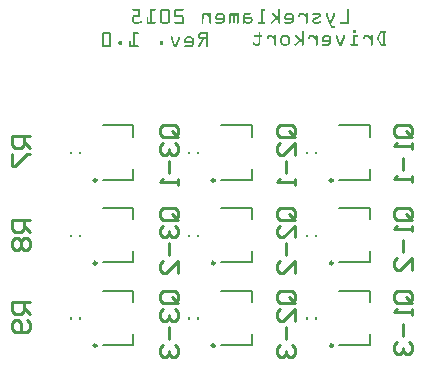
<source format=gbo>
G04 Layer_Color=32896*
%FSLAX25Y25*%
%MOIN*%
G70*
G01*
G75*
%ADD13C,0.00787*%
%ADD22C,0.00984*%
%ADD23C,0.01000*%
G36*
X90563Y174146D02*
X90607Y174139D01*
X90680Y174110D01*
X90709Y174088D01*
X90731Y174074D01*
X90738Y174066D01*
X90745Y174059D01*
X90774Y174023D01*
X90796Y173986D01*
X90818Y173921D01*
X90825Y173884D01*
X90833Y173862D01*
Y173848D01*
Y173840D01*
Y173075D01*
X91161D01*
X91204Y173068D01*
X91248Y173060D01*
X91321Y173031D01*
X91365Y172995D01*
X91372Y172987D01*
X91379Y172980D01*
X91408Y172944D01*
X91430Y172907D01*
X91452Y172834D01*
X91460Y172805D01*
X91467Y172783D01*
Y172769D01*
Y172761D01*
X91460Y172710D01*
X91452Y172667D01*
X91423Y172594D01*
X91408Y172572D01*
X91394Y172550D01*
X91379Y172543D01*
Y172535D01*
X91343Y172506D01*
X91306Y172484D01*
X91233Y172462D01*
X91204Y172455D01*
X91183Y172448D01*
X90833D01*
Y170421D01*
X90818Y170283D01*
X90789Y170152D01*
X90745Y170042D01*
X90694Y169948D01*
X90643Y169867D01*
X90599Y169809D01*
X90570Y169773D01*
X90556Y169758D01*
X90446Y169670D01*
X90337Y169605D01*
X90220Y169554D01*
X90118Y169525D01*
X90031Y169503D01*
X89958Y169495D01*
X89929Y169488D01*
X89265D01*
X89119Y169503D01*
X88981Y169532D01*
X88864Y169576D01*
X88770Y169627D01*
X88689Y169678D01*
X88631Y169721D01*
X88602Y169751D01*
X88587Y169765D01*
X88500Y169875D01*
X88434Y169977D01*
X88383Y170071D01*
X88354Y170159D01*
X88332Y170232D01*
X88325Y170283D01*
X88318Y170319D01*
Y170334D01*
Y170385D01*
X88332Y170421D01*
X88361Y170494D01*
X88376Y170523D01*
X88390Y170545D01*
X88398Y170553D01*
X88405Y170560D01*
X88441Y170589D01*
X88478Y170618D01*
X88551Y170640D01*
X88580Y170647D01*
X88609Y170655D01*
X88631D01*
X88711Y170640D01*
X88777Y170611D01*
X88835Y170567D01*
X88879Y170523D01*
X88908Y170472D01*
X88937Y170429D01*
X88945Y170399D01*
X88952Y170385D01*
X88988Y170297D01*
X89039Y170232D01*
X89090Y170181D01*
X89149Y170152D01*
X89200Y170130D01*
X89236Y170122D01*
X89265Y170115D01*
X89892D01*
X89936Y170122D01*
X89980Y170130D01*
X90045Y170159D01*
X90074Y170174D01*
X90096Y170188D01*
X90104Y170203D01*
X90111D01*
X90140Y170239D01*
X90162Y170275D01*
X90191Y170348D01*
X90198Y170378D01*
X90206Y170399D01*
Y170414D01*
Y170421D01*
Y172448D01*
X88945D01*
X88901Y172455D01*
X88857Y172462D01*
X88791Y172492D01*
X88762Y172506D01*
X88740Y172521D01*
X88733Y172535D01*
X88726D01*
X88697Y172572D01*
X88668Y172608D01*
X88646Y172681D01*
X88638Y172718D01*
X88631Y172740D01*
Y172754D01*
Y172761D01*
X88638Y172805D01*
X88646Y172849D01*
X88675Y172915D01*
X88697Y172944D01*
X88711Y172966D01*
X88718Y172973D01*
X88726Y172980D01*
X88762Y173009D01*
X88799Y173038D01*
X88872Y173060D01*
X88901Y173068D01*
X88923Y173075D01*
X90206D01*
Y173840D01*
X90213Y173884D01*
X90220Y173928D01*
X90257Y173993D01*
X90279Y174023D01*
X90293Y174044D01*
X90300Y174052D01*
X90308Y174059D01*
X90344Y174088D01*
X90381Y174117D01*
X90446Y174139D01*
X90475Y174146D01*
X90497Y174154D01*
X90519D01*
X90563Y174146D01*
D02*
G37*
G36*
X118790Y173068D02*
X118833Y173060D01*
X118906Y173031D01*
X118936Y173009D01*
X118957Y172995D01*
X118965Y172987D01*
X118972Y172980D01*
X119001Y172944D01*
X119023Y172907D01*
X119045Y172842D01*
X119052Y172805D01*
X119060Y172783D01*
Y172769D01*
Y172761D01*
Y172156D01*
X117988Y169714D01*
X117944Y169641D01*
X117893Y169583D01*
X117842Y169546D01*
X117791Y169517D01*
X117740Y169503D01*
X117703Y169495D01*
X117674Y169488D01*
X117266D01*
X117208Y169495D01*
X117149Y169525D01*
X117106Y169554D01*
X117062Y169597D01*
X117033Y169634D01*
X117011Y169670D01*
X116996Y169692D01*
X116989Y169700D01*
X115903Y172164D01*
Y172761D01*
X115910Y172805D01*
X115918Y172849D01*
X115947Y172922D01*
X115983Y172966D01*
X115990Y172973D01*
X115998Y172980D01*
X116034Y173009D01*
X116071Y173038D01*
X116144Y173060D01*
X116173Y173068D01*
X116194Y173075D01*
X116216D01*
X116267Y173068D01*
X116311Y173060D01*
X116384Y173031D01*
X116413Y173009D01*
X116435Y172995D01*
X116442Y172987D01*
X116450Y172980D01*
X116479Y172944D01*
X116501Y172907D01*
X116523Y172842D01*
X116530Y172805D01*
X116537Y172783D01*
Y172769D01*
Y172761D01*
Y172288D01*
X117485Y170144D01*
X118432Y172280D01*
Y172761D01*
X118440Y172805D01*
X118447Y172849D01*
X118476Y172922D01*
X118513Y172966D01*
X118520Y172973D01*
X118527Y172980D01*
X118564Y173009D01*
X118600Y173038D01*
X118673Y173060D01*
X118702Y173068D01*
X118724Y173075D01*
X118746D01*
X118790Y173068D01*
D02*
G37*
G36*
X123083D02*
X123127Y173060D01*
X123200Y173024D01*
X123229Y173002D01*
X123251Y172987D01*
X123258Y172980D01*
X123266Y172973D01*
X123295Y172936D01*
X123317Y172900D01*
X123339Y172827D01*
X123346Y172791D01*
X123353Y172769D01*
Y172754D01*
Y172747D01*
X123346Y172703D01*
X123339Y172659D01*
X123310Y172594D01*
X123295Y172565D01*
X123280Y172543D01*
X123266Y172535D01*
Y172528D01*
X123229Y172499D01*
X123193Y172477D01*
X123120Y172455D01*
X123083Y172448D01*
X123062Y172441D01*
X122398D01*
Y170115D01*
X123047D01*
X123091Y170108D01*
X123135Y170100D01*
X123200Y170071D01*
X123229Y170050D01*
X123251Y170035D01*
X123258Y170028D01*
X123266Y170020D01*
X123295Y169984D01*
X123317Y169948D01*
X123339Y169875D01*
X123346Y169845D01*
X123353Y169824D01*
Y169809D01*
Y169802D01*
X123346Y169758D01*
X123339Y169714D01*
X123310Y169641D01*
X123295Y169612D01*
X123280Y169590D01*
X123266Y169583D01*
Y169576D01*
X123229Y169546D01*
X123193Y169525D01*
X123120Y169503D01*
X123083Y169495D01*
X123062Y169488D01*
X121130D01*
X121079Y169495D01*
X121042Y169503D01*
X120969Y169532D01*
X120940Y169546D01*
X120918Y169561D01*
X120911Y169576D01*
X120904D01*
X120875Y169612D01*
X120845Y169649D01*
X120824Y169721D01*
X120816Y169758D01*
X120809Y169780D01*
Y169794D01*
Y169802D01*
X120816Y169845D01*
X120824Y169889D01*
X120860Y169955D01*
X120882Y169984D01*
X120897Y170006D01*
X120904Y170013D01*
X120911Y170020D01*
X120948Y170050D01*
X120984Y170079D01*
X121057Y170100D01*
X121093Y170108D01*
X121115Y170115D01*
X121764D01*
Y172754D01*
X121771Y172805D01*
X121779Y172842D01*
X121808Y172915D01*
X121830Y172944D01*
X121844Y172966D01*
X121852Y172973D01*
X121859Y172980D01*
X121895Y173009D01*
X121932Y173038D01*
X122005Y173060D01*
X122041Y173068D01*
X122063Y173075D01*
X123040D01*
X123083Y173068D01*
D02*
G37*
G36*
X132612Y174416D02*
X132655Y174409D01*
X132721Y174380D01*
X132750Y174358D01*
X132772Y174343D01*
X132779Y174336D01*
X132787Y174329D01*
X132816Y174292D01*
X132838Y174256D01*
X132859Y174183D01*
X132867Y174154D01*
X132874Y174132D01*
Y174117D01*
Y174110D01*
X132867Y174066D01*
X132859Y174023D01*
X132830Y173950D01*
X132816Y173921D01*
X132801Y173899D01*
X132787Y173891D01*
Y173884D01*
X132750Y173855D01*
X132714Y173833D01*
X132641Y173804D01*
X132604Y173797D01*
X132582Y173789D01*
X132232D01*
Y170122D01*
X132568D01*
X132612Y170115D01*
X132655Y170108D01*
X132721Y170071D01*
X132750Y170050D01*
X132772Y170035D01*
X132779Y170028D01*
X132787Y170020D01*
X132816Y169984D01*
X132838Y169948D01*
X132859Y169875D01*
X132867Y169838D01*
X132874Y169816D01*
Y169802D01*
Y169794D01*
X132867Y169751D01*
X132859Y169707D01*
X132830Y169641D01*
X132816Y169612D01*
X132801Y169590D01*
X132787Y169583D01*
Y169576D01*
X132750Y169546D01*
X132714Y169525D01*
X132641Y169503D01*
X132612Y169495D01*
X132590Y169488D01*
X131372D01*
X131270Y169495D01*
X131183Y169510D01*
X131095Y169532D01*
X131022Y169561D01*
X130964Y169583D01*
X130913Y169605D01*
X130884Y169619D01*
X130877Y169627D01*
X130796Y169685D01*
X130731Y169751D01*
X130665Y169816D01*
X130621Y169875D01*
X130585Y169933D01*
X130556Y169977D01*
X130541Y170006D01*
X130534Y170013D01*
X129914Y171245D01*
X129849Y171376D01*
X129805Y171508D01*
X129769Y171624D01*
X129747Y171726D01*
X129732Y171821D01*
X129725Y171887D01*
Y171930D01*
Y171938D01*
Y171945D01*
X129732Y172083D01*
X129754Y172207D01*
X129783Y172331D01*
X129812Y172433D01*
X129841Y172528D01*
X129870Y172594D01*
X129892Y172637D01*
X129900Y172645D01*
Y172652D01*
X130519Y173899D01*
X130563Y173979D01*
X130621Y174044D01*
X130672Y174110D01*
X130731Y174161D01*
X130782Y174205D01*
X130825Y174234D01*
X130855Y174256D01*
X130862Y174263D01*
X130949Y174314D01*
X131030Y174351D01*
X131110Y174380D01*
X131183Y174402D01*
X131241Y174416D01*
X131285Y174424D01*
X132568D01*
X132612Y174416D01*
D02*
G37*
G36*
X104990D02*
X105034Y174409D01*
X105106Y174380D01*
X105136Y174358D01*
X105157Y174343D01*
X105165Y174336D01*
X105172Y174329D01*
X105201Y174292D01*
X105223Y174256D01*
X105245Y174183D01*
X105252Y174146D01*
X105260Y174125D01*
Y174110D01*
Y174103D01*
Y169794D01*
X105252Y169751D01*
X105245Y169707D01*
X105216Y169634D01*
X105187Y169590D01*
X105172Y169583D01*
Y169576D01*
X105136Y169546D01*
X105099Y169525D01*
X105026Y169503D01*
X104990Y169495D01*
X104968Y169488D01*
X104946D01*
X104902Y169495D01*
X104859Y169503D01*
X104793Y169532D01*
X104764Y169546D01*
X104742Y169561D01*
X104735Y169576D01*
X104727D01*
X104698Y169612D01*
X104669Y169649D01*
X104647Y169721D01*
X104640Y169751D01*
X104633Y169773D01*
Y169787D01*
Y169794D01*
Y170742D01*
X104312Y171019D01*
X102635Y169568D01*
X102599Y169539D01*
X102562Y169525D01*
X102489Y169495D01*
X102453D01*
X102431Y169488D01*
X102409D01*
X102365Y169495D01*
X102322Y169503D01*
X102249Y169539D01*
X102205Y169568D01*
X102198Y169576D01*
X102190Y169583D01*
X102161Y169619D01*
X102132Y169663D01*
X102110Y169729D01*
X102103Y169758D01*
X102096Y169780D01*
Y169794D01*
Y169802D01*
X102103Y169845D01*
X102110Y169889D01*
X102147Y169955D01*
X102183Y169991D01*
X102190Y170006D01*
X102198D01*
X103823Y171427D01*
X102504Y172528D01*
X102467Y172565D01*
X102446Y172601D01*
X102416Y172674D01*
X102409Y172703D01*
X102402Y172732D01*
Y172747D01*
Y172754D01*
X102409Y172798D01*
X102416Y172842D01*
X102446Y172907D01*
X102467Y172936D01*
X102482Y172958D01*
X102489Y172966D01*
X102497Y172973D01*
X102533Y173009D01*
X102569Y173031D01*
X102635Y173060D01*
X102672Y173068D01*
X102693Y173075D01*
X102715D01*
X102766Y173068D01*
X102810Y173060D01*
X102883Y173031D01*
X102912Y173009D01*
X102927Y172995D01*
X102941Y172987D01*
X102949Y172980D01*
X104633Y171551D01*
Y174103D01*
X104640Y174154D01*
X104647Y174190D01*
X104676Y174263D01*
X104698Y174292D01*
X104713Y174314D01*
X104720Y174321D01*
X104727Y174329D01*
X104764Y174358D01*
X104800Y174387D01*
X104873Y174409D01*
X104902Y174416D01*
X104924Y174424D01*
X104946D01*
X104990Y174416D01*
D02*
G37*
G36*
X127990Y173068D02*
X128033Y173060D01*
X128106Y173031D01*
X128136Y173009D01*
X128157Y172995D01*
X128165Y172987D01*
X128172Y172980D01*
X128201Y172944D01*
X128223Y172907D01*
X128245Y172834D01*
X128252Y172798D01*
X128259Y172776D01*
Y172761D01*
Y172754D01*
Y169794D01*
X128252Y169751D01*
X128245Y169707D01*
X128216Y169634D01*
X128187Y169590D01*
X128172Y169583D01*
Y169576D01*
X128136Y169546D01*
X128099Y169525D01*
X128026Y169503D01*
X127990Y169495D01*
X127968Y169488D01*
X127946D01*
X127902Y169495D01*
X127858Y169503D01*
X127793Y169532D01*
X127764Y169546D01*
X127742Y169561D01*
X127735Y169576D01*
X127727D01*
X127698Y169612D01*
X127669Y169649D01*
X127647Y169721D01*
X127640Y169751D01*
X127632Y169773D01*
Y169787D01*
Y169794D01*
Y171544D01*
X126750Y172309D01*
X126692Y172353D01*
X126641Y172390D01*
X126590Y172412D01*
X126546Y172433D01*
X126517Y172441D01*
X126488Y172448D01*
X126058D01*
X126014Y172441D01*
X125970Y172433D01*
X125898Y172404D01*
X125854Y172368D01*
X125847Y172360D01*
X125839Y172353D01*
X125810Y172317D01*
X125781Y172280D01*
X125759Y172215D01*
X125752Y172178D01*
X125744Y172156D01*
Y172142D01*
Y172134D01*
Y171959D01*
X125737Y171916D01*
X125730Y171872D01*
X125701Y171799D01*
X125672Y171755D01*
X125657Y171748D01*
Y171741D01*
X125620Y171712D01*
X125584Y171690D01*
X125511Y171668D01*
X125475Y171661D01*
X125453Y171653D01*
X125431D01*
X125387Y171661D01*
X125344Y171668D01*
X125278Y171697D01*
X125249Y171712D01*
X125227Y171726D01*
X125220Y171741D01*
X125212D01*
X125183Y171777D01*
X125154Y171814D01*
X125132Y171887D01*
X125125Y171923D01*
X125118Y171945D01*
Y171959D01*
Y171967D01*
Y172134D01*
X125132Y172273D01*
X125161Y172404D01*
X125205Y172513D01*
X125256Y172608D01*
X125307Y172688D01*
X125351Y172747D01*
X125380Y172783D01*
X125394Y172798D01*
X125504Y172893D01*
X125613Y172958D01*
X125723Y173009D01*
X125832Y173038D01*
X125919Y173060D01*
X125992Y173068D01*
X126021Y173075D01*
X126510D01*
X126627Y173060D01*
X126736Y173031D01*
X126838Y172987D01*
X126933Y172944D01*
X127013Y172893D01*
X127078Y172849D01*
X127115Y172820D01*
X127122Y172805D01*
X127129D01*
X127632Y172375D01*
Y172754D01*
X127640Y172805D01*
X127647Y172842D01*
X127676Y172915D01*
X127698Y172944D01*
X127713Y172966D01*
X127720Y172973D01*
X127727Y172980D01*
X127764Y173009D01*
X127800Y173038D01*
X127873Y173060D01*
X127902Y173068D01*
X127924Y173075D01*
X127946D01*
X127990Y173068D01*
D02*
G37*
G36*
X122449Y174686D02*
X122493Y174679D01*
X122566Y174650D01*
X122595Y174628D01*
X122617Y174613D01*
X122624Y174606D01*
X122632Y174599D01*
X122661Y174562D01*
X122683Y174526D01*
X122705Y174460D01*
X122712Y174424D01*
X122719Y174402D01*
Y174387D01*
Y174380D01*
X122726Y174103D01*
Y174059D01*
X122719Y174023D01*
X122690Y173957D01*
X122661Y173906D01*
X122646Y173899D01*
Y173891D01*
X122610Y173862D01*
X122573Y173840D01*
X122500Y173811D01*
X122464Y173804D01*
X122442Y173797D01*
X122078D01*
X122034Y173804D01*
X121990Y173811D01*
X121924Y173840D01*
X121895Y173855D01*
X121873Y173870D01*
X121866Y173884D01*
X121859D01*
X121830Y173921D01*
X121800Y173957D01*
X121779Y174030D01*
X121771Y174066D01*
X121764Y174088D01*
Y174103D01*
Y174110D01*
Y174380D01*
X121771Y174424D01*
X121779Y174467D01*
X121808Y174540D01*
X121844Y174584D01*
X121852Y174591D01*
X121859Y174599D01*
X121895Y174628D01*
X121932Y174657D01*
X122005Y174679D01*
X122034Y174686D01*
X122056Y174693D01*
X122406D01*
X122449Y174686D01*
D02*
G37*
G36*
X95790Y173068D02*
X95833Y173060D01*
X95906Y173031D01*
X95936Y173009D01*
X95957Y172995D01*
X95965Y172987D01*
X95972Y172980D01*
X96001Y172944D01*
X96023Y172907D01*
X96045Y172834D01*
X96052Y172798D01*
X96060Y172776D01*
Y172761D01*
Y172754D01*
Y169794D01*
X96052Y169751D01*
X96045Y169707D01*
X96016Y169634D01*
X95987Y169590D01*
X95972Y169583D01*
Y169576D01*
X95936Y169546D01*
X95899Y169525D01*
X95826Y169503D01*
X95790Y169495D01*
X95768Y169488D01*
X95746D01*
X95702Y169495D01*
X95659Y169503D01*
X95593Y169532D01*
X95564Y169546D01*
X95542Y169561D01*
X95535Y169576D01*
X95527D01*
X95498Y169612D01*
X95469Y169649D01*
X95447Y169721D01*
X95440Y169751D01*
X95433Y169773D01*
Y169787D01*
Y169794D01*
Y171544D01*
X94551Y172309D01*
X94492Y172353D01*
X94441Y172390D01*
X94390Y172412D01*
X94346Y172433D01*
X94317Y172441D01*
X94288Y172448D01*
X93858D01*
X93814Y172441D01*
X93770Y172433D01*
X93698Y172404D01*
X93654Y172368D01*
X93647Y172360D01*
X93639Y172353D01*
X93610Y172317D01*
X93581Y172280D01*
X93559Y172215D01*
X93552Y172178D01*
X93545Y172156D01*
Y172142D01*
Y172134D01*
Y171959D01*
X93537Y171916D01*
X93530Y171872D01*
X93501Y171799D01*
X93472Y171755D01*
X93457Y171748D01*
Y171741D01*
X93420Y171712D01*
X93384Y171690D01*
X93311Y171668D01*
X93275Y171661D01*
X93253Y171653D01*
X93231D01*
X93187Y171661D01*
X93143Y171668D01*
X93078Y171697D01*
X93049Y171712D01*
X93027Y171726D01*
X93020Y171741D01*
X93012D01*
X92983Y171777D01*
X92954Y171814D01*
X92932Y171887D01*
X92925Y171923D01*
X92918Y171945D01*
Y171959D01*
Y171967D01*
Y172134D01*
X92932Y172273D01*
X92961Y172404D01*
X93005Y172513D01*
X93056Y172608D01*
X93107Y172688D01*
X93151Y172747D01*
X93180Y172783D01*
X93195Y172798D01*
X93304Y172893D01*
X93413Y172958D01*
X93523Y173009D01*
X93632Y173038D01*
X93719Y173060D01*
X93792Y173068D01*
X93822Y173075D01*
X94310D01*
X94427Y173060D01*
X94536Y173031D01*
X94638Y172987D01*
X94733Y172944D01*
X94813Y172893D01*
X94879Y172849D01*
X94915Y172820D01*
X94922Y172805D01*
X94930D01*
X95433Y172375D01*
Y172754D01*
X95440Y172805D01*
X95447Y172842D01*
X95476Y172915D01*
X95498Y172944D01*
X95513Y172966D01*
X95520Y172973D01*
X95527Y172980D01*
X95564Y173009D01*
X95600Y173038D01*
X95673Y173060D01*
X95702Y173068D01*
X95724Y173075D01*
X95746D01*
X95790Y173068D01*
D02*
G37*
G36*
X109590D02*
X109634Y173060D01*
X109706Y173031D01*
X109736Y173009D01*
X109757Y172995D01*
X109765Y172987D01*
X109772Y172980D01*
X109801Y172944D01*
X109823Y172907D01*
X109845Y172834D01*
X109852Y172798D01*
X109860Y172776D01*
Y172761D01*
Y172754D01*
Y169794D01*
X109852Y169751D01*
X109845Y169707D01*
X109816Y169634D01*
X109787Y169590D01*
X109772Y169583D01*
Y169576D01*
X109736Y169546D01*
X109699Y169525D01*
X109626Y169503D01*
X109590Y169495D01*
X109568Y169488D01*
X109546D01*
X109502Y169495D01*
X109458Y169503D01*
X109393Y169532D01*
X109364Y169546D01*
X109342Y169561D01*
X109335Y169576D01*
X109327D01*
X109298Y169612D01*
X109269Y169649D01*
X109247Y169721D01*
X109240Y169751D01*
X109232Y169773D01*
Y169787D01*
Y169794D01*
Y171544D01*
X108351Y172309D01*
X108292Y172353D01*
X108241Y172390D01*
X108190Y172412D01*
X108146Y172433D01*
X108117Y172441D01*
X108088Y172448D01*
X107658D01*
X107614Y172441D01*
X107570Y172433D01*
X107498Y172404D01*
X107454Y172368D01*
X107447Y172360D01*
X107439Y172353D01*
X107410Y172317D01*
X107381Y172280D01*
X107359Y172215D01*
X107352Y172178D01*
X107344Y172156D01*
Y172142D01*
Y172134D01*
Y171959D01*
X107337Y171916D01*
X107330Y171872D01*
X107301Y171799D01*
X107272Y171755D01*
X107257Y171748D01*
Y171741D01*
X107220Y171712D01*
X107184Y171690D01*
X107111Y171668D01*
X107075Y171661D01*
X107053Y171653D01*
X107031D01*
X106987Y171661D01*
X106944Y171668D01*
X106878Y171697D01*
X106849Y171712D01*
X106827Y171726D01*
X106820Y171741D01*
X106812D01*
X106783Y171777D01*
X106754Y171814D01*
X106732Y171887D01*
X106725Y171923D01*
X106718Y171945D01*
Y171959D01*
Y171967D01*
Y172134D01*
X106732Y172273D01*
X106761Y172404D01*
X106805Y172513D01*
X106856Y172608D01*
X106907Y172688D01*
X106951Y172747D01*
X106980Y172783D01*
X106994Y172798D01*
X107104Y172893D01*
X107213Y172958D01*
X107323Y173009D01*
X107432Y173038D01*
X107519Y173060D01*
X107592Y173068D01*
X107622Y173075D01*
X108110D01*
X108227Y173060D01*
X108336Y173031D01*
X108438Y172987D01*
X108533Y172944D01*
X108613Y172893D01*
X108678Y172849D01*
X108715Y172820D01*
X108722Y172805D01*
X108730D01*
X109232Y172375D01*
Y172754D01*
X109240Y172805D01*
X109247Y172842D01*
X109276Y172915D01*
X109298Y172944D01*
X109313Y172966D01*
X109320Y172973D01*
X109327Y172980D01*
X109364Y173009D01*
X109400Y173038D01*
X109473Y173060D01*
X109502Y173068D01*
X109524Y173075D01*
X109546D01*
X109590Y173068D01*
D02*
G37*
G36*
X73228Y169302D02*
X73221Y169258D01*
X73214Y169215D01*
X73185Y169142D01*
X73155Y169098D01*
X73141Y169091D01*
Y169083D01*
X73104Y169054D01*
X73068Y169033D01*
X72995Y169011D01*
X72966Y169003D01*
X72944Y168996D01*
X72922D01*
X72871Y169003D01*
X72835Y169011D01*
X72762Y169040D01*
X72733Y169054D01*
X72711Y169069D01*
X72703Y169083D01*
X72696D01*
X72660Y169120D01*
X72638Y169156D01*
X72609Y169229D01*
X72601Y169258D01*
X72594Y169280D01*
Y169295D01*
Y169302D01*
Y171686D01*
X72157D01*
X70691Y169156D01*
X70655Y169105D01*
X70604Y169062D01*
X70560Y169033D01*
X70517Y169018D01*
X70473Y169003D01*
X70436Y168996D01*
X70407D01*
X70363Y169003D01*
X70320Y169011D01*
X70254Y169040D01*
X70225Y169054D01*
X70203Y169069D01*
X70196Y169083D01*
X70188D01*
X70152Y169120D01*
X70130Y169156D01*
X70101Y169229D01*
X70094Y169258D01*
X70086Y169280D01*
Y169295D01*
Y169302D01*
X70094Y169375D01*
X70116Y169433D01*
X70145Y169477D01*
X70152Y169484D01*
Y169492D01*
X71420Y171686D01*
X71027D01*
X70888Y171701D01*
X70757Y171730D01*
X70648Y171774D01*
X70553Y171825D01*
X70473Y171868D01*
X70414Y171912D01*
X70378Y171941D01*
X70363Y171956D01*
X70269Y172065D01*
X70203Y172175D01*
X70152Y172291D01*
X70123Y172393D01*
X70101Y172488D01*
X70094Y172561D01*
X70086Y172590D01*
Y172612D01*
Y172619D01*
Y172626D01*
Y172984D01*
X70101Y173122D01*
X70130Y173253D01*
X70174Y173363D01*
X70225Y173458D01*
X70276Y173538D01*
X70320Y173596D01*
X70349Y173633D01*
X70363Y173647D01*
X70473Y173742D01*
X70582Y173815D01*
X70691Y173866D01*
X70801Y173895D01*
X70888Y173917D01*
X70961Y173924D01*
X70990Y173931D01*
X73228D01*
Y169302D01*
D02*
G37*
G36*
X49973Y173924D02*
X50017Y173917D01*
X50090Y173888D01*
X50134Y173851D01*
X50141Y173844D01*
X50148Y173837D01*
X50177Y173800D01*
X50199Y173764D01*
X50221Y173691D01*
X50228Y173662D01*
X50236Y173640D01*
Y173625D01*
Y173618D01*
X50228Y173574D01*
X50221Y173530D01*
X50192Y173458D01*
X50177Y173428D01*
X50163Y173407D01*
X50148Y173399D01*
Y173392D01*
X50112Y173363D01*
X50075Y173341D01*
X50002Y173319D01*
X49973Y173312D01*
X49951Y173304D01*
X48989D01*
Y169623D01*
X49944D01*
X49988Y169616D01*
X50032Y169608D01*
X50104Y169579D01*
X50148Y169543D01*
X50156Y169536D01*
X50163Y169528D01*
X50192Y169492D01*
X50214Y169455D01*
X50236Y169390D01*
X50243Y169361D01*
X50250Y169339D01*
Y169324D01*
Y169317D01*
X50243Y169273D01*
X50236Y169229D01*
X50207Y169156D01*
X50192Y169127D01*
X50177Y169105D01*
X50163Y169098D01*
Y169091D01*
X50126Y169062D01*
X50090Y169040D01*
X50017Y169011D01*
X49988Y169003D01*
X49966Y168996D01*
X47429D01*
X47385Y169003D01*
X47342Y169011D01*
X47269Y169040D01*
X47225Y169069D01*
X47218Y169083D01*
X47210D01*
X47181Y169120D01*
X47152Y169156D01*
X47130Y169229D01*
X47123Y169258D01*
X47116Y169280D01*
Y169295D01*
Y169302D01*
Y170921D01*
X47123Y170964D01*
X47130Y171008D01*
X47159Y171081D01*
X47196Y171125D01*
X47203Y171132D01*
X47210Y171139D01*
X47247Y171168D01*
X47283Y171198D01*
X47356Y171220D01*
X47385Y171227D01*
X47407Y171234D01*
X47429D01*
X47473Y171227D01*
X47517Y171220D01*
X47589Y171190D01*
X47619Y171168D01*
X47640Y171154D01*
X47648Y171147D01*
X47655Y171139D01*
X47684Y171103D01*
X47706Y171066D01*
X47728Y170993D01*
X47735Y170964D01*
X47743Y170942D01*
Y170928D01*
Y170921D01*
Y169623D01*
X48362D01*
Y173931D01*
X49929D01*
X49973Y173924D01*
D02*
G37*
G36*
X40547Y173939D02*
X40628Y173917D01*
X40700Y173888D01*
X40759Y173858D01*
X40810Y173822D01*
X40854Y173793D01*
X40875Y173771D01*
X40883Y173764D01*
X40941Y173691D01*
X40985Y173618D01*
X41014Y173552D01*
X41036Y173487D01*
X41050Y173428D01*
X41058Y173385D01*
Y173348D01*
Y173341D01*
Y169594D01*
X41050Y169506D01*
X41028Y169426D01*
X40999Y169353D01*
X40970Y169288D01*
X40941Y169237D01*
X40912Y169200D01*
X40890Y169178D01*
X40883Y169171D01*
X40817Y169113D01*
X40744Y169069D01*
X40671Y169040D01*
X40606Y169018D01*
X40547Y169003D01*
X40503Y168996D01*
X38513D01*
X38426Y169003D01*
X38346Y169025D01*
X38273Y169054D01*
X38207Y169083D01*
X38156Y169113D01*
X38120Y169142D01*
X38098Y169164D01*
X38091Y169171D01*
X38032Y169237D01*
X37988Y169309D01*
X37952Y169382D01*
X37930Y169448D01*
X37916Y169506D01*
X37908Y169550D01*
Y169587D01*
Y169594D01*
Y173341D01*
X37916Y173428D01*
X37938Y173509D01*
X37967Y173582D01*
X37996Y173640D01*
X38032Y173691D01*
X38061Y173735D01*
X38083Y173756D01*
X38091Y173764D01*
X38156Y173822D01*
X38229Y173866D01*
X38302Y173902D01*
X38360Y173924D01*
X38419Y173939D01*
X38462Y173946D01*
X40460D01*
X40547Y173939D01*
D02*
G37*
G36*
X67601Y172575D02*
X67703Y172554D01*
X67805Y172517D01*
X67885Y172481D01*
X67958Y172437D01*
X68009Y172408D01*
X68038Y172379D01*
X68052Y172371D01*
X68315Y172167D01*
X68366Y172124D01*
X68417Y172065D01*
X68490Y171963D01*
X68519Y171912D01*
X68541Y171876D01*
X68548Y171846D01*
X68555Y171839D01*
X68585Y171766D01*
X68607Y171701D01*
X68621Y171642D01*
X68628Y171599D01*
X68636Y171562D01*
X68643Y171533D01*
Y171518D01*
Y171511D01*
Y170082D01*
X68636Y170024D01*
X68628Y169958D01*
X68614Y169900D01*
X68599Y169849D01*
X68585Y169798D01*
X68577Y169762D01*
X68563Y169740D01*
Y169732D01*
X68526Y169667D01*
X68490Y169608D01*
X68453Y169565D01*
X68417Y169521D01*
X68388Y169492D01*
X68366Y169470D01*
X68351Y169455D01*
X68344Y169448D01*
X68067Y169208D01*
X68031Y169178D01*
X67987Y169149D01*
X67899Y169105D01*
X67863Y169083D01*
X67826Y169076D01*
X67805Y169062D01*
X67797D01*
X67666Y169025D01*
X67608Y169011D01*
X67557Y169003D01*
X67513D01*
X67484Y168996D01*
X65807D01*
X65763Y169003D01*
X65720Y169011D01*
X65654Y169040D01*
X65625Y169054D01*
X65603Y169069D01*
X65596Y169083D01*
X65588D01*
X65559Y169120D01*
X65530Y169156D01*
X65508Y169229D01*
X65501Y169266D01*
X65494Y169288D01*
Y169302D01*
Y169309D01*
X65501Y169353D01*
X65508Y169397D01*
X65537Y169463D01*
X65559Y169492D01*
X65574Y169514D01*
X65581Y169521D01*
X65588Y169528D01*
X65625Y169557D01*
X65661Y169587D01*
X65734Y169608D01*
X65763Y169616D01*
X65785Y169623D01*
X67411D01*
X67462Y169630D01*
X67513Y169638D01*
X67601Y169681D01*
X67637Y169696D01*
X67666Y169718D01*
X67688Y169725D01*
X67695Y169732D01*
X67878Y169885D01*
X67921Y169929D01*
X67950Y169973D01*
X67980Y170017D01*
X67994Y170060D01*
X68001Y170097D01*
X68009Y170126D01*
Y170148D01*
Y170155D01*
Y170337D01*
X65807D01*
X65763Y170345D01*
X65720Y170352D01*
X65654Y170381D01*
X65625Y170396D01*
X65603Y170410D01*
X65596Y170425D01*
X65588D01*
X65559Y170461D01*
X65530Y170498D01*
X65508Y170571D01*
X65501Y170600D01*
X65494Y170622D01*
Y170636D01*
Y170644D01*
Y171402D01*
X65501Y171562D01*
X65530Y171701D01*
X65574Y171817D01*
X65618Y171912D01*
X65669Y171985D01*
X65705Y172036D01*
X65734Y172073D01*
X65749Y172080D01*
X65982Y172306D01*
X66091Y172400D01*
X66201Y172466D01*
X66310Y172517D01*
X66405Y172546D01*
X66485Y172568D01*
X66551Y172575D01*
X66594Y172583D01*
X67484D01*
X67601Y172575D01*
D02*
G37*
G36*
X63773D02*
X63817Y172568D01*
X63890Y172539D01*
X63919Y172517D01*
X63941Y172503D01*
X63948Y172495D01*
X63955Y172488D01*
X63985Y172451D01*
X64007Y172415D01*
X64028Y172350D01*
X64036Y172313D01*
X64043Y172291D01*
Y172277D01*
Y172269D01*
Y171664D01*
X62971Y169222D01*
X62928Y169149D01*
X62876Y169091D01*
X62826Y169054D01*
X62774Y169025D01*
X62723Y169011D01*
X62687Y169003D01*
X62658Y168996D01*
X62250D01*
X62191Y169003D01*
X62133Y169033D01*
X62089Y169062D01*
X62046Y169105D01*
X62016Y169142D01*
X61994Y169178D01*
X61980Y169200D01*
X61973Y169208D01*
X60886Y171671D01*
Y172269D01*
X60894Y172313D01*
X60901Y172357D01*
X60930Y172430D01*
X60967Y172473D01*
X60974Y172481D01*
X60981Y172488D01*
X61018Y172517D01*
X61054Y172546D01*
X61127Y172568D01*
X61156Y172575D01*
X61178Y172583D01*
X61200D01*
X61251Y172575D01*
X61295Y172568D01*
X61367Y172539D01*
X61397Y172517D01*
X61419Y172503D01*
X61426Y172495D01*
X61433Y172488D01*
X61462Y172451D01*
X61484Y172415D01*
X61506Y172350D01*
X61513Y172313D01*
X61521Y172291D01*
Y172277D01*
Y172269D01*
Y171795D01*
X62468Y169652D01*
X63416Y171788D01*
Y172269D01*
X63423Y172313D01*
X63431Y172357D01*
X63460Y172430D01*
X63496Y172473D01*
X63503Y172481D01*
X63511Y172488D01*
X63547Y172517D01*
X63584Y172546D01*
X63657Y172568D01*
X63686Y172575D01*
X63708Y172583D01*
X63730D01*
X63773Y172575D01*
D02*
G37*
G36*
X99537Y173068D02*
X99617Y173060D01*
X99770Y173017D01*
X99916Y172958D01*
X100033Y172893D01*
X100135Y172827D01*
X100215Y172769D01*
X100244Y172747D01*
X100266Y172725D01*
X100273Y172718D01*
X100280Y172710D01*
X100346Y172645D01*
X100404Y172572D01*
X100455Y172506D01*
X100499Y172433D01*
X100565Y172309D01*
X100609Y172186D01*
X100638Y172083D01*
X100652Y172011D01*
X100660Y171981D01*
Y171959D01*
Y171945D01*
Y171938D01*
Y170618D01*
X100652Y170545D01*
X100645Y170465D01*
X100601Y170326D01*
X100536Y170195D01*
X100463Y170079D01*
X100397Y169984D01*
X100331Y169911D01*
X100310Y169882D01*
X100288Y169860D01*
X100280Y169853D01*
X100273Y169845D01*
X100200Y169780D01*
X100127Y169729D01*
X100054Y169678D01*
X99981Y169641D01*
X99843Y169576D01*
X99719Y169532D01*
X99610Y169510D01*
X99566Y169503D01*
X99530Y169495D01*
X99500Y169488D01*
X98728D01*
X98647Y169495D01*
X98575Y169503D01*
X98422Y169546D01*
X98283Y169597D01*
X98159Y169663D01*
X98057Y169729D01*
X97977Y169787D01*
X97948Y169809D01*
X97926Y169824D01*
X97918Y169831D01*
X97911Y169838D01*
X97838Y169904D01*
X97780Y169977D01*
X97722Y170042D01*
X97678Y170108D01*
X97605Y170239D01*
X97561Y170363D01*
X97532Y170465D01*
X97518Y170545D01*
X97510Y170574D01*
Y170596D01*
Y170611D01*
Y170618D01*
Y171938D01*
X97518Y172018D01*
X97525Y172098D01*
X97576Y172244D01*
X97634Y172375D01*
X97707Y172492D01*
X97787Y172586D01*
X97846Y172659D01*
X97875Y172688D01*
X97897Y172710D01*
X97904Y172718D01*
X97911Y172725D01*
X97984Y172791D01*
X98057Y172842D01*
X98130Y172893D01*
X98203Y172929D01*
X98341Y172995D01*
X98465Y173031D01*
X98575Y173060D01*
X98655Y173068D01*
X98684Y173075D01*
X99457D01*
X99537Y173068D01*
D02*
G37*
G36*
X113417D02*
X113519Y173046D01*
X113621Y173009D01*
X113701Y172973D01*
X113774Y172929D01*
X113825Y172900D01*
X113854Y172871D01*
X113869Y172863D01*
X114131Y172659D01*
X114182Y172616D01*
X114234Y172557D01*
X114306Y172455D01*
X114336Y172404D01*
X114357Y172368D01*
X114365Y172339D01*
X114372Y172331D01*
X114401Y172258D01*
X114423Y172193D01*
X114438Y172134D01*
X114445Y172091D01*
X114452Y172054D01*
X114460Y172025D01*
Y172011D01*
Y172003D01*
Y170574D01*
X114452Y170516D01*
X114445Y170450D01*
X114430Y170392D01*
X114416Y170341D01*
X114401Y170290D01*
X114394Y170254D01*
X114379Y170232D01*
Y170224D01*
X114343Y170159D01*
X114306Y170100D01*
X114270Y170057D01*
X114234Y170013D01*
X114204Y169984D01*
X114182Y169962D01*
X114168Y169948D01*
X114161Y169940D01*
X113884Y169700D01*
X113847Y169670D01*
X113803Y169641D01*
X113716Y169597D01*
X113679Y169576D01*
X113643Y169568D01*
X113621Y169554D01*
X113614D01*
X113483Y169517D01*
X113424Y169503D01*
X113373Y169495D01*
X113330D01*
X113300Y169488D01*
X111624D01*
X111580Y169495D01*
X111536Y169503D01*
X111471Y169532D01*
X111441Y169546D01*
X111420Y169561D01*
X111412Y169576D01*
X111405D01*
X111376Y169612D01*
X111347Y169649D01*
X111325Y169721D01*
X111318Y169758D01*
X111310Y169780D01*
Y169794D01*
Y169802D01*
X111318Y169845D01*
X111325Y169889D01*
X111354Y169955D01*
X111376Y169984D01*
X111390Y170006D01*
X111398Y170013D01*
X111405Y170020D01*
X111441Y170050D01*
X111478Y170079D01*
X111551Y170100D01*
X111580Y170108D01*
X111602Y170115D01*
X113227D01*
X113278Y170122D01*
X113330Y170130D01*
X113417Y170174D01*
X113453Y170188D01*
X113483Y170210D01*
X113505Y170217D01*
X113512Y170224D01*
X113694Y170378D01*
X113738Y170421D01*
X113767Y170465D01*
X113796Y170509D01*
X113811Y170553D01*
X113818Y170589D01*
X113825Y170618D01*
Y170640D01*
Y170647D01*
Y170829D01*
X111624D01*
X111580Y170837D01*
X111536Y170844D01*
X111471Y170873D01*
X111441Y170888D01*
X111420Y170902D01*
X111412Y170917D01*
X111405D01*
X111376Y170954D01*
X111347Y170990D01*
X111325Y171063D01*
X111318Y171092D01*
X111310Y171114D01*
Y171128D01*
Y171136D01*
Y171894D01*
X111318Y172054D01*
X111347Y172193D01*
X111390Y172309D01*
X111434Y172404D01*
X111485Y172477D01*
X111522Y172528D01*
X111551Y172565D01*
X111565Y172572D01*
X111799Y172798D01*
X111908Y172893D01*
X112017Y172958D01*
X112127Y173009D01*
X112222Y173038D01*
X112302Y173060D01*
X112367Y173068D01*
X112411Y173075D01*
X113300D01*
X113417Y173068D01*
D02*
G37*
G36*
X44440Y170964D02*
X44484Y170957D01*
X44557Y170928D01*
X44586Y170906D01*
X44608Y170891D01*
X44615Y170884D01*
X44622Y170877D01*
X44651Y170840D01*
X44673Y170804D01*
X44695Y170731D01*
X44703Y170702D01*
X44710Y170680D01*
Y170666D01*
Y170658D01*
Y170111D01*
X44703Y170068D01*
X44695Y170024D01*
X44666Y169958D01*
X44651Y169929D01*
X44637Y169907D01*
X44622Y169900D01*
Y169893D01*
X44586Y169864D01*
X44550Y169842D01*
X44477Y169820D01*
X44447Y169813D01*
X44426Y169805D01*
X43762D01*
X43718Y169813D01*
X43675Y169820D01*
X43602Y169856D01*
X43558Y169885D01*
X43551Y169893D01*
X43543Y169900D01*
X43514Y169937D01*
X43485Y169973D01*
X43463Y170046D01*
X43456Y170075D01*
X43449Y170097D01*
Y170111D01*
Y170119D01*
Y170658D01*
X43456Y170702D01*
X43463Y170746D01*
X43492Y170811D01*
X43514Y170840D01*
X43529Y170862D01*
X43536Y170870D01*
X43543Y170877D01*
X43580Y170906D01*
X43616Y170935D01*
X43689Y170957D01*
X43718Y170964D01*
X43740Y170972D01*
X44396D01*
X44440Y170964D01*
D02*
G37*
G36*
X58240D02*
X58284Y170957D01*
X58357Y170928D01*
X58386Y170906D01*
X58408Y170891D01*
X58415Y170884D01*
X58422Y170877D01*
X58451Y170840D01*
X58473Y170804D01*
X58495Y170731D01*
X58503Y170702D01*
X58510Y170680D01*
Y170666D01*
Y170658D01*
Y170111D01*
X58503Y170068D01*
X58495Y170024D01*
X58466Y169958D01*
X58451Y169929D01*
X58437Y169907D01*
X58422Y169900D01*
Y169893D01*
X58386Y169864D01*
X58350Y169842D01*
X58277Y169820D01*
X58247Y169813D01*
X58226Y169805D01*
X57562D01*
X57518Y169813D01*
X57475Y169820D01*
X57402Y169856D01*
X57358Y169885D01*
X57351Y169893D01*
X57343Y169900D01*
X57314Y169937D01*
X57285Y169973D01*
X57263Y170046D01*
X57256Y170075D01*
X57249Y170097D01*
Y170111D01*
Y170119D01*
Y170658D01*
X57256Y170702D01*
X57263Y170746D01*
X57292Y170811D01*
X57314Y170840D01*
X57329Y170862D01*
X57336Y170870D01*
X57343Y170877D01*
X57380Y170906D01*
X57416Y170935D01*
X57489Y170957D01*
X57518Y170964D01*
X57540Y170972D01*
X58196D01*
X58240Y170964D01*
D02*
G37*
G36*
X112982Y180457D02*
X113026Y180449D01*
X113099Y180420D01*
X113128Y180398D01*
X113150Y180384D01*
X113157Y180377D01*
X113164Y180369D01*
X113193Y180333D01*
X113215Y180296D01*
X113244Y180224D01*
X113252Y180194D01*
X113259Y180173D01*
Y180158D01*
Y180151D01*
Y179669D01*
X114105Y177781D01*
X114323D01*
X115140Y179677D01*
Y180143D01*
X115147Y180187D01*
X115154Y180231D01*
X115191Y180304D01*
X115227Y180347D01*
X115235Y180355D01*
X115242Y180362D01*
X115278Y180391D01*
X115315Y180420D01*
X115388Y180442D01*
X115424Y180449D01*
X115446Y180457D01*
X115468D01*
X115512Y180449D01*
X115555Y180442D01*
X115621Y180413D01*
X115665Y180377D01*
X115672Y180369D01*
X115679Y180362D01*
X115708Y180325D01*
X115730Y180289D01*
X115752Y180224D01*
X115759Y180187D01*
X115767Y180165D01*
Y180151D01*
Y180143D01*
Y179538D01*
X114834Y177366D01*
X114790Y177293D01*
X114746Y177242D01*
X114695Y177198D01*
X114644Y177176D01*
X114600Y177162D01*
X114564Y177154D01*
X114535Y177147D01*
X114374D01*
X114804Y176148D01*
X115519D01*
X115563Y176134D01*
X115636Y176105D01*
X115679Y176075D01*
X115687Y176068D01*
X115694Y176061D01*
X115723Y176024D01*
X115745Y175988D01*
X115767Y175922D01*
X115774Y175886D01*
X115781Y175864D01*
Y175849D01*
Y175842D01*
X115774Y175798D01*
X115767Y175755D01*
X115738Y175682D01*
X115708Y175638D01*
X115694Y175631D01*
Y175624D01*
X115657Y175594D01*
X115621Y175573D01*
X115548Y175543D01*
X115519Y175536D01*
X115497Y175529D01*
X114608D01*
X114535Y175536D01*
X114469Y175558D01*
X114418Y175594D01*
X114382Y175631D01*
X114345Y175667D01*
X114323Y175704D01*
X114316Y175725D01*
X114309Y175733D01*
X112625Y179538D01*
Y180151D01*
X112632Y180194D01*
X112639Y180238D01*
X112669Y180304D01*
X112690Y180333D01*
X112705Y180355D01*
X112712Y180362D01*
X112720Y180369D01*
X112756Y180398D01*
X112792Y180428D01*
X112865Y180449D01*
X112894Y180457D01*
X112916Y180464D01*
X112938D01*
X112982Y180457D01*
D02*
G37*
G36*
X120104Y181798D02*
X120148Y181791D01*
X120221Y181762D01*
X120250Y181740D01*
X120272Y181725D01*
X120279Y181718D01*
X120287Y181711D01*
X120316Y181674D01*
X120338Y181638D01*
X120359Y181565D01*
X120367Y181536D01*
X120374Y181514D01*
Y181499D01*
Y181492D01*
Y176870D01*
X117545D01*
X117494Y176877D01*
X117458Y176885D01*
X117385Y176914D01*
X117356Y176928D01*
X117334Y176943D01*
X117327Y176958D01*
X117320D01*
X117290Y176994D01*
X117261Y177031D01*
X117239Y177103D01*
X117232Y177140D01*
X117225Y177162D01*
Y177176D01*
Y177183D01*
X117232Y177227D01*
X117239Y177271D01*
X117269Y177337D01*
X117290Y177366D01*
X117305Y177388D01*
X117312Y177395D01*
X117320Y177402D01*
X117356Y177431D01*
X117392Y177461D01*
X117465Y177482D01*
X117502Y177490D01*
X117524Y177497D01*
X119747D01*
Y181492D01*
X119754Y181536D01*
X119762Y181579D01*
X119791Y181645D01*
X119813Y181674D01*
X119827Y181696D01*
X119835Y181703D01*
X119842Y181711D01*
X119878Y181740D01*
X119915Y181769D01*
X119988Y181791D01*
X120017Y181798D01*
X120039Y181805D01*
X120061D01*
X120104Y181798D01*
D02*
G37*
G36*
X55712D02*
X55756Y181791D01*
X55828Y181762D01*
X55872Y181725D01*
X55879Y181718D01*
X55887Y181711D01*
X55916Y181674D01*
X55938Y181638D01*
X55960Y181565D01*
X55967Y181536D01*
X55974Y181514D01*
Y181499D01*
Y181492D01*
X55967Y181448D01*
X55960Y181404D01*
X55930Y181332D01*
X55916Y181302D01*
X55901Y181281D01*
X55887Y181273D01*
Y181266D01*
X55850Y181237D01*
X55814Y181215D01*
X55741Y181193D01*
X55712Y181186D01*
X55690Y181178D01*
X54728D01*
Y177497D01*
X55683D01*
X55726Y177490D01*
X55770Y177482D01*
X55843Y177453D01*
X55887Y177417D01*
X55894Y177410D01*
X55901Y177402D01*
X55930Y177366D01*
X55952Y177329D01*
X55974Y177264D01*
X55981Y177235D01*
X55989Y177213D01*
Y177198D01*
Y177191D01*
X55981Y177147D01*
X55974Y177103D01*
X55945Y177031D01*
X55930Y177001D01*
X55916Y176979D01*
X55901Y176972D01*
Y176965D01*
X55865Y176936D01*
X55828Y176914D01*
X55756Y176885D01*
X55726Y176877D01*
X55704Y176870D01*
X53167D01*
X53124Y176877D01*
X53080Y176885D01*
X53007Y176914D01*
X52963Y176943D01*
X52956Y176958D01*
X52949D01*
X52920Y176994D01*
X52890Y177031D01*
X52869Y177103D01*
X52861Y177132D01*
X52854Y177154D01*
Y177169D01*
Y177176D01*
Y178795D01*
X52861Y178838D01*
X52869Y178882D01*
X52898Y178955D01*
X52934Y178999D01*
X52942Y179006D01*
X52949Y179013D01*
X52985Y179042D01*
X53022Y179072D01*
X53095Y179094D01*
X53124Y179101D01*
X53146Y179108D01*
X53167D01*
X53211Y179101D01*
X53255Y179094D01*
X53328Y179064D01*
X53357Y179042D01*
X53379Y179028D01*
X53386Y179021D01*
X53394Y179013D01*
X53423Y178977D01*
X53444Y178940D01*
X53466Y178867D01*
X53474Y178838D01*
X53481Y178816D01*
Y178802D01*
Y178795D01*
Y177497D01*
X54101D01*
Y181805D01*
X55668D01*
X55712Y181798D01*
D02*
G37*
G36*
X100939Y180449D02*
X101041Y180428D01*
X101143Y180391D01*
X101223Y180355D01*
X101296Y180311D01*
X101347Y180282D01*
X101376Y180253D01*
X101391Y180245D01*
X101653Y180041D01*
X101704Y179998D01*
X101755Y179939D01*
X101828Y179837D01*
X101857Y179786D01*
X101879Y179750D01*
X101887Y179720D01*
X101894Y179713D01*
X101923Y179640D01*
X101945Y179575D01*
X101960Y179516D01*
X101967Y179473D01*
X101974Y179436D01*
X101981Y179407D01*
Y179392D01*
Y179385D01*
Y177956D01*
X101974Y177898D01*
X101967Y177832D01*
X101952Y177774D01*
X101938Y177723D01*
X101923Y177672D01*
X101916Y177636D01*
X101901Y177614D01*
Y177606D01*
X101865Y177541D01*
X101828Y177482D01*
X101792Y177439D01*
X101755Y177395D01*
X101726Y177366D01*
X101704Y177344D01*
X101690Y177329D01*
X101682Y177322D01*
X101405Y177082D01*
X101369Y177052D01*
X101325Y177023D01*
X101238Y176979D01*
X101201Y176958D01*
X101165Y176950D01*
X101143Y176936D01*
X101136D01*
X101005Y176899D01*
X100946Y176885D01*
X100895Y176877D01*
X100851D01*
X100822Y176870D01*
X99146D01*
X99102Y176877D01*
X99058Y176885D01*
X98992Y176914D01*
X98963Y176928D01*
X98941Y176943D01*
X98934Y176958D01*
X98927D01*
X98898Y176994D01*
X98869Y177031D01*
X98847Y177103D01*
X98839Y177140D01*
X98832Y177162D01*
Y177176D01*
Y177183D01*
X98839Y177227D01*
X98847Y177271D01*
X98876Y177337D01*
X98898Y177366D01*
X98912Y177388D01*
X98920Y177395D01*
X98927Y177402D01*
X98963Y177431D01*
X99000Y177461D01*
X99073Y177482D01*
X99102Y177490D01*
X99124Y177497D01*
X100749D01*
X100800Y177504D01*
X100851Y177512D01*
X100939Y177555D01*
X100975Y177570D01*
X101005Y177592D01*
X101026Y177599D01*
X101034Y177606D01*
X101216Y177760D01*
X101260Y177803D01*
X101289Y177847D01*
X101318Y177891D01*
X101332Y177934D01*
X101340Y177971D01*
X101347Y178000D01*
Y178022D01*
Y178029D01*
Y178211D01*
X99146D01*
X99102Y178219D01*
X99058Y178226D01*
X98992Y178255D01*
X98963Y178270D01*
X98941Y178284D01*
X98934Y178299D01*
X98927D01*
X98898Y178335D01*
X98869Y178372D01*
X98847Y178445D01*
X98839Y178474D01*
X98832Y178496D01*
Y178510D01*
Y178518D01*
Y179276D01*
X98839Y179436D01*
X98869Y179575D01*
X98912Y179691D01*
X98956Y179786D01*
X99007Y179859D01*
X99044Y179910D01*
X99073Y179946D01*
X99087Y179954D01*
X99321Y180180D01*
X99430Y180274D01*
X99539Y180340D01*
X99649Y180391D01*
X99743Y180420D01*
X99823Y180442D01*
X99889Y180449D01*
X99933Y180457D01*
X100822D01*
X100939Y180449D01*
D02*
G37*
G36*
X110431D02*
X110540Y180420D01*
X110642Y180377D01*
X110722Y180333D01*
X110788Y180289D01*
X110839Y180245D01*
X110875Y180216D01*
X110882Y180209D01*
X110955Y180114D01*
X111014Y180012D01*
X111050Y179917D01*
X111079Y179823D01*
X111094Y179742D01*
X111101Y179684D01*
X111108Y179640D01*
Y179633D01*
Y179626D01*
X111101Y179545D01*
X111087Y179473D01*
X111072Y179400D01*
X111043Y179341D01*
X111021Y179283D01*
X111006Y179247D01*
X110992Y179218D01*
X110985Y179210D01*
X110933Y179137D01*
X110868Y179079D01*
X110810Y179021D01*
X110751Y178977D01*
X110693Y178940D01*
X110649Y178919D01*
X110620Y178904D01*
X110613Y178897D01*
X108929Y178146D01*
X108856Y178102D01*
X108805Y178058D01*
X108768Y178007D01*
X108747Y177956D01*
X108725Y177913D01*
X108717Y177876D01*
Y177847D01*
Y177840D01*
X108725Y177789D01*
X108732Y177745D01*
X108761Y177665D01*
X108783Y177636D01*
X108798Y177621D01*
X108805Y177606D01*
X108812Y177599D01*
X108849Y177563D01*
X108885Y177541D01*
X108965Y177512D01*
X108994Y177504D01*
X109023Y177497D01*
X110212D01*
X110299Y177504D01*
X110379Y177519D01*
X110445Y177541D01*
X110503Y177563D01*
X110547Y177585D01*
X110576Y177606D01*
X110598Y177621D01*
X110605Y177628D01*
X110656Y177672D01*
X110700Y177708D01*
X110744Y177730D01*
X110780Y177752D01*
X110817Y177760D01*
X110839Y177767D01*
X110861D01*
X110912Y177760D01*
X110955Y177752D01*
X111028Y177716D01*
X111057Y177694D01*
X111079Y177679D01*
X111087Y177672D01*
X111094Y177665D01*
X111123Y177628D01*
X111145Y177592D01*
X111167Y177519D01*
X111174Y177490D01*
X111181Y177468D01*
Y177453D01*
Y177446D01*
X111167Y177380D01*
X111138Y177307D01*
X111094Y177249D01*
X111043Y177191D01*
X110992Y177140D01*
X110948Y177103D01*
X110919Y177074D01*
X110904Y177067D01*
X110795Y177001D01*
X110693Y176950D01*
X110591Y176921D01*
X110496Y176892D01*
X110416Y176877D01*
X110350Y176870D01*
X109031D01*
X108900Y176885D01*
X108783Y176914D01*
X108674Y176958D01*
X108579Y177009D01*
X108499Y177060D01*
X108440Y177103D01*
X108404Y177132D01*
X108389Y177147D01*
X108294Y177256D01*
X108222Y177373D01*
X108171Y177482D01*
X108134Y177592D01*
X108112Y177687D01*
X108105Y177760D01*
X108098Y177789D01*
Y177811D01*
Y177818D01*
Y177825D01*
X108105Y177934D01*
X108127Y178036D01*
X108149Y178131D01*
X108178Y178211D01*
X108214Y178277D01*
X108236Y178328D01*
X108258Y178357D01*
X108265Y178372D01*
X108331Y178459D01*
X108397Y178532D01*
X108469Y178591D01*
X108535Y178642D01*
X108593Y178678D01*
X108637Y178707D01*
X108666Y178722D01*
X108681Y178729D01*
X110343Y179473D01*
X110387Y179495D01*
X110416Y179524D01*
X110445Y179553D01*
X110460Y179589D01*
X110474Y179633D01*
Y179648D01*
Y179655D01*
X110467Y179713D01*
X110445Y179757D01*
X110409Y179786D01*
X110372Y179808D01*
X110336Y179823D01*
X110299Y179830D01*
X108856D01*
X108805Y179823D01*
X108754Y179808D01*
X108674Y179764D01*
X108644Y179735D01*
X108623Y179713D01*
X108608Y179699D01*
X108601Y179691D01*
X108550Y179648D01*
X108506Y179618D01*
X108455Y179589D01*
X108418Y179575D01*
X108382Y179567D01*
X108353Y179560D01*
X108324D01*
X108280Y179567D01*
X108244Y179575D01*
X108178Y179604D01*
X108134Y179626D01*
X108127Y179640D01*
X108119D01*
X108083Y179677D01*
X108061Y179713D01*
X108032Y179786D01*
X108025Y179815D01*
X108018Y179844D01*
Y179859D01*
Y179866D01*
X108032Y179939D01*
X108061Y180005D01*
X108098Y180070D01*
X108149Y180129D01*
X108200Y180180D01*
X108236Y180216D01*
X108265Y180245D01*
X108280Y180253D01*
X108375Y180318D01*
X108477Y180369D01*
X108579Y180406D01*
X108674Y180435D01*
X108754Y180449D01*
X108812Y180457D01*
X110307D01*
X110431Y180449D01*
D02*
G37*
G36*
X74112D02*
X74155Y180442D01*
X74228Y180413D01*
X74257Y180391D01*
X74279Y180377D01*
X74287Y180369D01*
X74294Y180362D01*
X74323Y180325D01*
X74345Y180289D01*
X74367Y180216D01*
X74374Y180180D01*
X74381Y180158D01*
Y180143D01*
Y180136D01*
Y177176D01*
X74374Y177132D01*
X74367Y177089D01*
X74338Y177023D01*
X74323Y176994D01*
X74309Y176972D01*
X74294Y176965D01*
Y176958D01*
X74257Y176928D01*
X74221Y176907D01*
X74148Y176885D01*
X74112Y176877D01*
X74090Y176870D01*
X74068D01*
X74024Y176877D01*
X73980Y176885D01*
X73915Y176914D01*
X73886Y176928D01*
X73864Y176943D01*
X73857Y176958D01*
X73849D01*
X73820Y176994D01*
X73791Y177031D01*
X73769Y177103D01*
X73762Y177132D01*
X73755Y177154D01*
Y177169D01*
Y177176D01*
Y179174D01*
X72901Y179720D01*
X72843Y179757D01*
X72785Y179786D01*
X72734Y179801D01*
X72690Y179815D01*
X72646Y179823D01*
X72617Y179830D01*
X72238D01*
X72187Y179815D01*
X72100Y179779D01*
X72041Y179728D01*
X71998Y179669D01*
X71968Y179604D01*
X71954Y179553D01*
X71947Y179516D01*
Y179509D01*
Y179502D01*
X71845Y177176D01*
X71837Y177125D01*
X71830Y177082D01*
X71794Y177009D01*
X71764Y176965D01*
X71757Y176958D01*
X71750Y176950D01*
X71713Y176921D01*
X71677Y176907D01*
X71604Y176877D01*
X71575D01*
X71553Y176870D01*
X71531D01*
X71487Y176877D01*
X71443Y176885D01*
X71378Y176914D01*
X71349Y176928D01*
X71327Y176943D01*
X71320Y176958D01*
X71312D01*
X71283Y176994D01*
X71254Y177031D01*
X71232Y177103D01*
X71225Y177132D01*
X71218Y177154D01*
Y177169D01*
Y177176D01*
X71312Y179538D01*
X71334Y179677D01*
X71363Y179801D01*
X71414Y179910D01*
X71465Y180005D01*
X71516Y180085D01*
X71560Y180143D01*
X71589Y180173D01*
X71604Y180187D01*
X71706Y180274D01*
X71815Y180340D01*
X71925Y180391D01*
X72027Y180420D01*
X72114Y180442D01*
X72180Y180449D01*
X72209Y180457D01*
X72537D01*
X72668Y180449D01*
X72792Y180428D01*
X72901Y180398D01*
X72996Y180369D01*
X73076Y180333D01*
X73135Y180304D01*
X73171Y180282D01*
X73186Y180274D01*
X73755Y179932D01*
Y180136D01*
X73762Y180187D01*
X73769Y180224D01*
X73798Y180296D01*
X73820Y180325D01*
X73835Y180347D01*
X73842Y180355D01*
X73849Y180362D01*
X73886Y180391D01*
X73922Y180420D01*
X73995Y180442D01*
X74024Y180449D01*
X74046Y180457D01*
X74068D01*
X74112Y180449D01*
D02*
G37*
G36*
X83385D02*
X83428Y180442D01*
X83501Y180413D01*
X83530Y180391D01*
X83552Y180377D01*
X83560Y180369D01*
X83567Y180362D01*
X83596Y180325D01*
X83618Y180289D01*
X83640Y180224D01*
X83647Y180187D01*
X83654Y180165D01*
Y180151D01*
Y180143D01*
Y177176D01*
X83647Y177132D01*
X83640Y177089D01*
X83603Y177023D01*
X83589Y176994D01*
X83574Y176972D01*
X83567Y176965D01*
X83560Y176958D01*
X83523Y176928D01*
X83487Y176907D01*
X83414Y176885D01*
X83377Y176877D01*
X83355Y176870D01*
X83333D01*
X83290Y176877D01*
X83246Y176885D01*
X83180Y176914D01*
X83137Y176943D01*
X83129Y176958D01*
X83122D01*
X83093Y176994D01*
X83064Y177031D01*
X83042Y177103D01*
X83035Y177132D01*
X83027Y177154D01*
Y177169D01*
Y177176D01*
Y179392D01*
X82583Y179771D01*
X82539Y179801D01*
X82495Y179815D01*
X82466Y179823D01*
X82459D01*
X82415Y179815D01*
X82379Y179801D01*
X82357Y179771D01*
X82335Y179742D01*
X82328Y179713D01*
X82320Y179684D01*
Y179669D01*
Y179662D01*
Y177176D01*
X82313Y177132D01*
X82306Y177089D01*
X82276Y177016D01*
X82247Y176972D01*
X82233Y176965D01*
Y176958D01*
X82196Y176928D01*
X82160Y176907D01*
X82087Y176885D01*
X82051Y176877D01*
X82029Y176870D01*
X82007D01*
X81963Y176877D01*
X81919Y176885D01*
X81854Y176914D01*
X81824Y176928D01*
X81803Y176943D01*
X81795Y176958D01*
X81788D01*
X81759Y176994D01*
X81730Y177031D01*
X81708Y177096D01*
X81701Y177125D01*
X81693Y177147D01*
Y177162D01*
Y177169D01*
Y179451D01*
X81322Y179764D01*
X81270Y179801D01*
X81227Y179815D01*
X81198Y179823D01*
X81190D01*
X81154Y179815D01*
X81117Y179793D01*
X81095Y179757D01*
X81081Y179720D01*
X81066Y179684D01*
Y179648D01*
X81059Y179626D01*
Y179618D01*
X80986Y177176D01*
X80979Y177132D01*
X80972Y177089D01*
X80935Y177023D01*
X80920Y176994D01*
X80906Y176972D01*
X80899Y176965D01*
X80891Y176958D01*
X80855Y176928D01*
X80818Y176907D01*
X80746Y176885D01*
X80709Y176877D01*
X80687Y176870D01*
X80665D01*
X80622Y176877D01*
X80578Y176885D01*
X80512Y176914D01*
X80483Y176928D01*
X80461Y176943D01*
X80454Y176958D01*
X80447D01*
X80418Y176994D01*
X80388Y177031D01*
X80366Y177103D01*
X80359Y177132D01*
X80352Y177154D01*
Y177169D01*
Y177176D01*
X80439Y179720D01*
X80454Y179837D01*
X80483Y179939D01*
X80520Y180027D01*
X80563Y180107D01*
X80607Y180165D01*
X80636Y180209D01*
X80665Y180238D01*
X80673Y180245D01*
X80753Y180318D01*
X80840Y180369D01*
X80928Y180406D01*
X81001Y180428D01*
X81074Y180449D01*
X81125Y180457D01*
X81241D01*
X81307Y180442D01*
X81431Y180406D01*
X81540Y180355D01*
X81635Y180296D01*
X81715Y180231D01*
X81781Y180180D01*
X81817Y180143D01*
X81824Y180136D01*
X81832Y180129D01*
X81875Y180187D01*
X81927Y180238D01*
X82029Y180318D01*
X82131Y180377D01*
X82233Y180413D01*
X82320Y180442D01*
X82386Y180449D01*
X82415Y180457D01*
X82451D01*
X82568Y180449D01*
X82677Y180420D01*
X82772Y180377D01*
X82860Y180333D01*
X82933Y180289D01*
X82984Y180245D01*
X83013Y180216D01*
X83027Y180209D01*
X83056Y180289D01*
X83100Y180355D01*
X83159Y180398D01*
X83210Y180428D01*
X83261Y180442D01*
X83304Y180457D01*
X83341D01*
X83385Y180449D01*
D02*
G37*
G36*
X97112Y181798D02*
X97155Y181791D01*
X97228Y181762D01*
X97257Y181740D01*
X97279Y181725D01*
X97287Y181718D01*
X97294Y181711D01*
X97323Y181674D01*
X97345Y181638D01*
X97367Y181565D01*
X97374Y181528D01*
X97381Y181507D01*
Y181492D01*
Y181485D01*
Y177176D01*
X97374Y177132D01*
X97367Y177089D01*
X97338Y177016D01*
X97308Y176972D01*
X97294Y176965D01*
Y176958D01*
X97257Y176928D01*
X97221Y176907D01*
X97148Y176885D01*
X97112Y176877D01*
X97090Y176870D01*
X97068D01*
X97024Y176877D01*
X96980Y176885D01*
X96915Y176914D01*
X96886Y176928D01*
X96864Y176943D01*
X96856Y176958D01*
X96849D01*
X96820Y176994D01*
X96791Y177031D01*
X96769Y177103D01*
X96762Y177132D01*
X96754Y177154D01*
Y177169D01*
Y177176D01*
Y178124D01*
X96434Y178401D01*
X94757Y176950D01*
X94721Y176921D01*
X94684Y176907D01*
X94611Y176877D01*
X94575D01*
X94553Y176870D01*
X94531D01*
X94487Y176877D01*
X94444Y176885D01*
X94371Y176921D01*
X94327Y176950D01*
X94320Y176958D01*
X94312Y176965D01*
X94283Y177001D01*
X94254Y177045D01*
X94232Y177111D01*
X94225Y177140D01*
X94217Y177162D01*
Y177176D01*
Y177183D01*
X94225Y177227D01*
X94232Y177271D01*
X94269Y177337D01*
X94305Y177373D01*
X94312Y177388D01*
X94320D01*
X95945Y178809D01*
X94626Y179910D01*
X94589Y179946D01*
X94567Y179983D01*
X94538Y180056D01*
X94531Y180085D01*
X94524Y180114D01*
Y180129D01*
Y180136D01*
X94531Y180180D01*
X94538Y180224D01*
X94567Y180289D01*
X94589Y180318D01*
X94604Y180340D01*
X94611Y180347D01*
X94618Y180355D01*
X94655Y180391D01*
X94691Y180413D01*
X94757Y180442D01*
X94793Y180449D01*
X94815Y180457D01*
X94837D01*
X94888Y180449D01*
X94932Y180442D01*
X95005Y180413D01*
X95034Y180391D01*
X95049Y180377D01*
X95063Y180369D01*
X95070Y180362D01*
X96754Y178933D01*
Y181485D01*
X96762Y181536D01*
X96769Y181572D01*
X96798Y181645D01*
X96820Y181674D01*
X96835Y181696D01*
X96842Y181703D01*
X96849Y181711D01*
X96886Y181740D01*
X96922Y181769D01*
X96995Y181791D01*
X97024Y181798D01*
X97046Y181805D01*
X97068D01*
X97112Y181798D01*
D02*
G37*
G36*
X106312Y180449D02*
X106355Y180442D01*
X106428Y180413D01*
X106457Y180391D01*
X106479Y180377D01*
X106487Y180369D01*
X106494Y180362D01*
X106523Y180325D01*
X106545Y180289D01*
X106567Y180216D01*
X106574Y180180D01*
X106581Y180158D01*
Y180143D01*
Y180136D01*
Y177176D01*
X106574Y177132D01*
X106567Y177089D01*
X106538Y177016D01*
X106508Y176972D01*
X106494Y176965D01*
Y176958D01*
X106457Y176928D01*
X106421Y176907D01*
X106348Y176885D01*
X106312Y176877D01*
X106290Y176870D01*
X106268D01*
X106224Y176877D01*
X106180Y176885D01*
X106115Y176914D01*
X106086Y176928D01*
X106064Y176943D01*
X106056Y176958D01*
X106049D01*
X106020Y176994D01*
X105991Y177031D01*
X105969Y177103D01*
X105962Y177132D01*
X105954Y177154D01*
Y177169D01*
Y177176D01*
Y178926D01*
X105072Y179691D01*
X105014Y179735D01*
X104963Y179771D01*
X104912Y179793D01*
X104868Y179815D01*
X104839Y179823D01*
X104810Y179830D01*
X104380D01*
X104336Y179823D01*
X104292Y179815D01*
X104219Y179786D01*
X104176Y179750D01*
X104168Y179742D01*
X104161Y179735D01*
X104132Y179699D01*
X104103Y179662D01*
X104081Y179596D01*
X104074Y179560D01*
X104066Y179538D01*
Y179524D01*
Y179516D01*
Y179341D01*
X104059Y179298D01*
X104052Y179254D01*
X104023Y179181D01*
X103993Y179137D01*
X103979Y179130D01*
Y179123D01*
X103942Y179094D01*
X103906Y179072D01*
X103833Y179050D01*
X103797Y179042D01*
X103775Y179035D01*
X103753D01*
X103709Y179042D01*
X103665Y179050D01*
X103600Y179079D01*
X103571Y179094D01*
X103549Y179108D01*
X103541Y179123D01*
X103534D01*
X103505Y179159D01*
X103476Y179196D01*
X103454Y179269D01*
X103447Y179305D01*
X103439Y179327D01*
Y179341D01*
Y179349D01*
Y179516D01*
X103454Y179655D01*
X103483Y179786D01*
X103527Y179895D01*
X103578Y179990D01*
X103629Y180070D01*
X103673Y180129D01*
X103702Y180165D01*
X103716Y180180D01*
X103826Y180274D01*
X103935Y180340D01*
X104044Y180391D01*
X104154Y180420D01*
X104241Y180442D01*
X104314Y180449D01*
X104343Y180457D01*
X104832D01*
X104948Y180442D01*
X105058Y180413D01*
X105160Y180369D01*
X105255Y180325D01*
X105335Y180274D01*
X105400Y180231D01*
X105437Y180202D01*
X105444Y180187D01*
X105451D01*
X105954Y179757D01*
Y180136D01*
X105962Y180187D01*
X105969Y180224D01*
X105998Y180296D01*
X106020Y180325D01*
X106035Y180347D01*
X106042Y180355D01*
X106049Y180362D01*
X106086Y180391D01*
X106122Y180420D01*
X106195Y180442D01*
X106224Y180449D01*
X106246Y180457D01*
X106268D01*
X106312Y180449D01*
D02*
G37*
G36*
X64955Y181798D02*
X64999Y181791D01*
X65072Y181762D01*
X65116Y181725D01*
X65123Y181718D01*
X65130Y181711D01*
X65160Y181674D01*
X65181Y181638D01*
X65203Y181565D01*
X65211Y181536D01*
X65218Y181514D01*
Y181499D01*
Y181492D01*
X65211Y181448D01*
X65203Y181404D01*
X65174Y181332D01*
X65160Y181302D01*
X65145Y181281D01*
X65130Y181273D01*
Y181266D01*
X65094Y181237D01*
X65057Y181215D01*
X64985Y181193D01*
X64955Y181186D01*
X64934Y181178D01*
X62666D01*
Y179662D01*
X64576D01*
X64671Y179655D01*
X64751Y179633D01*
X64824Y179604D01*
X64890Y179567D01*
X64941Y179531D01*
X64985Y179502D01*
X65007Y179480D01*
X65014Y179473D01*
X65072Y179400D01*
X65116Y179327D01*
X65152Y179247D01*
X65174Y179181D01*
X65189Y179115D01*
X65196Y179072D01*
Y179042D01*
Y179028D01*
Y176870D01*
X62346D01*
X62302Y176877D01*
X62258Y176885D01*
X62192Y176914D01*
X62163Y176928D01*
X62142Y176943D01*
X62134Y176958D01*
X62127D01*
X62098Y176994D01*
X62069Y177031D01*
X62047Y177103D01*
X62039Y177140D01*
X62032Y177162D01*
Y177176D01*
Y177183D01*
X62039Y177227D01*
X62047Y177271D01*
X62076Y177337D01*
X62098Y177366D01*
X62112Y177388D01*
X62120Y177395D01*
X62127Y177402D01*
X62163Y177431D01*
X62200Y177461D01*
X62273Y177482D01*
X62302Y177490D01*
X62324Y177497D01*
X64569D01*
Y179028D01*
X62666D01*
X62572Y179035D01*
X62491Y179057D01*
X62411Y179086D01*
X62346Y179123D01*
X62295Y179152D01*
X62258Y179181D01*
X62229Y179203D01*
X62222Y179210D01*
X62156Y179283D01*
X62112Y179356D01*
X62076Y179429D01*
X62054Y179502D01*
X62039Y179560D01*
X62032Y179611D01*
Y179640D01*
Y179655D01*
Y181178D01*
X62039Y181273D01*
X62061Y181353D01*
X62090Y181426D01*
X62127Y181492D01*
X62163Y181543D01*
X62192Y181587D01*
X62214Y181609D01*
X62222Y181616D01*
X62295Y181682D01*
X62367Y181725D01*
X62448Y181762D01*
X62513Y181783D01*
X62579Y181798D01*
X62623Y181805D01*
X64912D01*
X64955Y181798D01*
D02*
G37*
G36*
X87292Y180449D02*
X87336Y180442D01*
X87409Y180413D01*
X87438Y180391D01*
X87460Y180377D01*
X87467Y180369D01*
X87474Y180362D01*
X87503Y180325D01*
X87525Y180289D01*
X87547Y180216D01*
X87554Y180187D01*
X87562Y180165D01*
Y180151D01*
Y180143D01*
X87554Y180099D01*
X87547Y180056D01*
X87518Y179983D01*
X87503Y179954D01*
X87489Y179932D01*
X87474Y179925D01*
Y179917D01*
X87438Y179888D01*
X87401Y179866D01*
X87328Y179844D01*
X87292Y179837D01*
X87270Y179830D01*
X86060D01*
X86009Y179823D01*
X85972Y179815D01*
X85900Y179786D01*
X85870Y179764D01*
X85849Y179750D01*
X85841Y179742D01*
X85834Y179735D01*
X85805Y179699D01*
X85776Y179662D01*
X85754Y179596D01*
X85747Y179560D01*
X85739Y179538D01*
Y179524D01*
Y179516D01*
X85732Y179072D01*
X85798Y179086D01*
X85856Y179101D01*
X85907Y179108D01*
X85951Y179115D01*
X85980Y179123D01*
X87256D01*
X87394Y179108D01*
X87525Y179079D01*
X87635Y179035D01*
X87729Y178984D01*
X87810Y178933D01*
X87868Y178889D01*
X87904Y178860D01*
X87919Y178846D01*
X88014Y178736D01*
X88079Y178627D01*
X88130Y178510D01*
X88160Y178408D01*
X88181Y178314D01*
X88189Y178241D01*
X88196Y178211D01*
Y178190D01*
Y178182D01*
Y178175D01*
Y177811D01*
X88181Y177672D01*
X88152Y177541D01*
X88108Y177424D01*
X88057Y177329D01*
X88014Y177249D01*
X87970Y177191D01*
X87941Y177154D01*
X87926Y177140D01*
X87817Y177052D01*
X87708Y176987D01*
X87591Y176936D01*
X87489Y176907D01*
X87394Y176885D01*
X87321Y176877D01*
X87292Y176870D01*
X86191D01*
X85659Y177183D01*
X85652Y177140D01*
X85645Y177096D01*
X85615Y177023D01*
X85601Y176994D01*
X85586Y176972D01*
X85572Y176965D01*
Y176958D01*
X85535Y176928D01*
X85491Y176907D01*
X85418Y176885D01*
X85389Y176877D01*
X85360Y176870D01*
X85338D01*
X85295Y176877D01*
X85251Y176885D01*
X85185Y176914D01*
X85156Y176928D01*
X85134Y176943D01*
X85127Y176958D01*
X85120D01*
X85090Y176994D01*
X85061Y177031D01*
X85039Y177103D01*
X85032Y177132D01*
X85025Y177154D01*
Y177169D01*
Y177176D01*
X85105Y179516D01*
X85120Y179655D01*
X85156Y179786D01*
X85207Y179903D01*
X85258Y179998D01*
X85309Y180070D01*
X85353Y180129D01*
X85382Y180165D01*
X85397Y180180D01*
X85506Y180274D01*
X85615Y180340D01*
X85725Y180391D01*
X85827Y180420D01*
X85922Y180442D01*
X85994Y180449D01*
X86023Y180457D01*
X87248D01*
X87292Y180449D01*
D02*
G37*
G36*
X77939D02*
X78041Y180428D01*
X78143Y180391D01*
X78223Y180355D01*
X78296Y180311D01*
X78347Y180282D01*
X78376Y180253D01*
X78391Y180245D01*
X78653Y180041D01*
X78704Y179998D01*
X78755Y179939D01*
X78828Y179837D01*
X78857Y179786D01*
X78879Y179750D01*
X78887Y179720D01*
X78894Y179713D01*
X78923Y179640D01*
X78945Y179575D01*
X78960Y179516D01*
X78967Y179473D01*
X78974Y179436D01*
X78981Y179407D01*
Y179392D01*
Y179385D01*
Y177956D01*
X78974Y177898D01*
X78967Y177832D01*
X78952Y177774D01*
X78938Y177723D01*
X78923Y177672D01*
X78916Y177636D01*
X78901Y177614D01*
Y177606D01*
X78865Y177541D01*
X78828Y177482D01*
X78792Y177439D01*
X78755Y177395D01*
X78726Y177366D01*
X78704Y177344D01*
X78690Y177329D01*
X78683Y177322D01*
X78405Y177082D01*
X78369Y177052D01*
X78325Y177023D01*
X78238Y176979D01*
X78201Y176958D01*
X78165Y176950D01*
X78143Y176936D01*
X78136D01*
X78004Y176899D01*
X77946Y176885D01*
X77895Y176877D01*
X77851D01*
X77822Y176870D01*
X76146D01*
X76102Y176877D01*
X76058Y176885D01*
X75993Y176914D01*
X75963Y176928D01*
X75941Y176943D01*
X75934Y176958D01*
X75927D01*
X75898Y176994D01*
X75869Y177031D01*
X75847Y177103D01*
X75839Y177140D01*
X75832Y177162D01*
Y177176D01*
Y177183D01*
X75839Y177227D01*
X75847Y177271D01*
X75876Y177337D01*
X75898Y177366D01*
X75912Y177388D01*
X75920Y177395D01*
X75927Y177402D01*
X75963Y177431D01*
X76000Y177461D01*
X76073Y177482D01*
X76102Y177490D01*
X76124Y177497D01*
X77749D01*
X77800Y177504D01*
X77851Y177512D01*
X77939Y177555D01*
X77975Y177570D01*
X78004Y177592D01*
X78026Y177599D01*
X78034Y177606D01*
X78216Y177760D01*
X78260Y177803D01*
X78289Y177847D01*
X78318Y177891D01*
X78333Y177934D01*
X78340Y177971D01*
X78347Y178000D01*
Y178022D01*
Y178029D01*
Y178211D01*
X76146D01*
X76102Y178219D01*
X76058Y178226D01*
X75993Y178255D01*
X75963Y178270D01*
X75941Y178284D01*
X75934Y178299D01*
X75927D01*
X75898Y178335D01*
X75869Y178372D01*
X75847Y178445D01*
X75839Y178474D01*
X75832Y178496D01*
Y178510D01*
Y178518D01*
Y179276D01*
X75839Y179436D01*
X75869Y179575D01*
X75912Y179691D01*
X75956Y179786D01*
X76007Y179859D01*
X76043Y179910D01*
X76073Y179946D01*
X76087Y179954D01*
X76321Y180180D01*
X76430Y180274D01*
X76539Y180340D01*
X76649Y180391D01*
X76743Y180420D01*
X76824Y180442D01*
X76889Y180449D01*
X76933Y180457D01*
X77822D01*
X77939Y180449D01*
D02*
G37*
G36*
X50674Y179028D02*
X48794D01*
Y177497D01*
X50237D01*
X50295Y177504D01*
X50346Y177519D01*
X50375Y177533D01*
X50390Y177541D01*
X50805Y177716D01*
X50893Y177752D01*
X50959Y177767D01*
X51002Y177774D01*
X51017D01*
X51061Y177767D01*
X51104Y177760D01*
X51170Y177730D01*
X51214Y177694D01*
X51221Y177687D01*
X51228Y177679D01*
X51257Y177643D01*
X51272Y177606D01*
X51301Y177533D01*
Y177497D01*
X51309Y177475D01*
Y177461D01*
Y177453D01*
X51301Y177380D01*
X51279Y177315D01*
X51250Y177264D01*
X51214Y177220D01*
X51185Y177191D01*
X51156Y177169D01*
X51134Y177162D01*
X51126Y177154D01*
X50652Y176958D01*
X50572Y176928D01*
X50492Y176907D01*
X50427Y176892D01*
X50361Y176885D01*
X50310Y176877D01*
X50273Y176870D01*
X48794D01*
X48699Y176877D01*
X48619Y176899D01*
X48546Y176928D01*
X48480Y176965D01*
X48429Y176994D01*
X48385Y177023D01*
X48363Y177045D01*
X48356Y177052D01*
X48291Y177125D01*
X48247Y177198D01*
X48210Y177271D01*
X48188Y177337D01*
X48174Y177402D01*
X48167Y177446D01*
Y177475D01*
Y177490D01*
Y179028D01*
X48174Y179115D01*
X48196Y179203D01*
X48225Y179276D01*
X48261Y179341D01*
X48298Y179392D01*
X48327Y179429D01*
X48349Y179458D01*
X48356Y179465D01*
X48429Y179531D01*
X48502Y179575D01*
X48575Y179611D01*
X48640Y179633D01*
X48706Y179648D01*
X48750Y179655D01*
X50040D01*
Y181178D01*
X48480D01*
X48436Y181186D01*
X48393Y181193D01*
X48320Y181222D01*
X48276Y181251D01*
X48269Y181266D01*
X48261D01*
X48232Y181302D01*
X48203Y181339D01*
X48181Y181412D01*
X48174Y181448D01*
X48167Y181470D01*
Y181485D01*
Y181492D01*
X48174Y181536D01*
X48181Y181579D01*
X48210Y181645D01*
X48232Y181674D01*
X48247Y181696D01*
X48254Y181703D01*
X48261Y181711D01*
X48298Y181740D01*
X48334Y181769D01*
X48407Y181791D01*
X48436Y181798D01*
X48458Y181805D01*
X50674D01*
Y179028D01*
D02*
G37*
G36*
X60086Y181813D02*
X60166Y181791D01*
X60239Y181762D01*
X60297Y181732D01*
X60348Y181696D01*
X60392Y181667D01*
X60414Y181645D01*
X60421Y181638D01*
X60479Y181565D01*
X60523Y181492D01*
X60552Y181426D01*
X60574Y181361D01*
X60589Y181302D01*
X60596Y181259D01*
Y181222D01*
Y181215D01*
Y177468D01*
X60589Y177380D01*
X60567Y177300D01*
X60538Y177227D01*
X60509Y177162D01*
X60479Y177111D01*
X60450Y177074D01*
X60428Y177052D01*
X60421Y177045D01*
X60355Y176987D01*
X60283Y176943D01*
X60210Y176914D01*
X60144Y176892D01*
X60086Y176877D01*
X60042Y176870D01*
X58052D01*
X57964Y176877D01*
X57884Y176899D01*
X57811Y176928D01*
X57746Y176958D01*
X57695Y176987D01*
X57658Y177016D01*
X57636Y177038D01*
X57629Y177045D01*
X57571Y177111D01*
X57527Y177183D01*
X57490Y177256D01*
X57469Y177322D01*
X57454Y177380D01*
X57447Y177424D01*
Y177461D01*
Y177468D01*
Y181215D01*
X57454Y181302D01*
X57476Y181383D01*
X57505Y181456D01*
X57534Y181514D01*
X57571Y181565D01*
X57600Y181609D01*
X57622Y181630D01*
X57629Y181638D01*
X57695Y181696D01*
X57767Y181740D01*
X57840Y181776D01*
X57899Y181798D01*
X57957Y181813D01*
X58001Y181820D01*
X59998D01*
X60086Y181813D01*
D02*
G37*
G36*
X92191Y181798D02*
X92235Y181791D01*
X92308Y181762D01*
X92351Y181725D01*
X92359Y181718D01*
X92366Y181711D01*
X92395Y181674D01*
X92417Y181638D01*
X92439Y181565D01*
X92446Y181536D01*
X92453Y181514D01*
Y181499D01*
Y181492D01*
X92446Y181448D01*
X92439Y181404D01*
X92410Y181332D01*
X92395Y181302D01*
X92380Y181281D01*
X92366Y181273D01*
Y181266D01*
X92329Y181237D01*
X92293Y181215D01*
X92220Y181193D01*
X92191Y181186D01*
X92169Y181178D01*
X91520D01*
Y177504D01*
X92147D01*
X92191Y177497D01*
X92235Y177490D01*
X92308Y177461D01*
X92351Y177424D01*
X92359Y177417D01*
X92366Y177410D01*
X92395Y177373D01*
X92417Y177337D01*
X92439Y177264D01*
X92446Y177235D01*
X92453Y177213D01*
Y177198D01*
Y177191D01*
X92446Y177147D01*
X92439Y177103D01*
X92410Y177031D01*
X92395Y177001D01*
X92380Y176979D01*
X92366Y176972D01*
Y176965D01*
X92329Y176936D01*
X92293Y176914D01*
X92220Y176885D01*
X92184Y176877D01*
X92162Y176870D01*
X90244D01*
X90201Y176877D01*
X90157Y176885D01*
X90091Y176921D01*
X90062Y176936D01*
X90040Y176950D01*
X90033Y176958D01*
X90026Y176965D01*
X89997Y177001D01*
X89967Y177038D01*
X89946Y177111D01*
X89938Y177147D01*
X89931Y177169D01*
Y177183D01*
Y177191D01*
X89938Y177235D01*
X89946Y177278D01*
X89975Y177344D01*
X89997Y177373D01*
X90011Y177395D01*
X90018Y177402D01*
X90026Y177410D01*
X90062Y177439D01*
X90099Y177468D01*
X90172Y177490D01*
X90208Y177497D01*
X90230Y177504D01*
X90886D01*
Y181492D01*
X90893Y181536D01*
X90900Y181579D01*
X90930Y181645D01*
X90952Y181674D01*
X90966Y181696D01*
X90974Y181703D01*
X90981Y181711D01*
X91017Y181740D01*
X91054Y181769D01*
X91127Y181791D01*
X91156Y181798D01*
X91178Y181805D01*
X92147D01*
X92191Y181798D01*
D02*
G37*
%LPC*%
G36*
X131606Y173789D02*
X131409D01*
X131328Y173782D01*
X131263Y173760D01*
X131205Y173731D01*
X131161Y173695D01*
X131124Y173658D01*
X131103Y173629D01*
X131088Y173607D01*
X131081Y173600D01*
X130447Y172331D01*
X130417Y172266D01*
X130388Y172193D01*
X130374Y172127D01*
X130366Y172069D01*
X130359Y172018D01*
X130352Y171981D01*
Y171952D01*
Y171945D01*
X130359Y171879D01*
X130366Y171814D01*
X130388Y171741D01*
X130410Y171675D01*
X130432Y171624D01*
X130447Y171580D01*
X130461Y171544D01*
X130468Y171537D01*
X131088Y170319D01*
X131132Y170254D01*
X131175Y170203D01*
X131227Y170166D01*
X131278Y170144D01*
X131321Y170130D01*
X131358Y170115D01*
X131394D01*
X131606Y170122D01*
Y173789D01*
D02*
G37*
G36*
X72594Y173297D02*
X71027D01*
X70983Y173290D01*
X70939Y173283D01*
X70866Y173253D01*
X70823Y173217D01*
X70815Y173210D01*
X70808Y173202D01*
X70779Y173166D01*
X70750Y173129D01*
X70728Y173064D01*
X70721Y173027D01*
X70713Y173006D01*
Y172991D01*
Y172984D01*
Y172619D01*
X70721Y172575D01*
X70728Y172532D01*
X70757Y172459D01*
X70793Y172415D01*
X70801Y172408D01*
X70808Y172400D01*
X70845Y172371D01*
X70881Y172350D01*
X70947Y172328D01*
X70983Y172320D01*
X71005Y172313D01*
X72594D01*
Y173297D01*
D02*
G37*
G36*
X40431Y173312D02*
X38528D01*
Y169623D01*
X40431D01*
Y173312D01*
D02*
G37*
G36*
X67462Y171949D02*
X66660D01*
X66616Y171941D01*
X66573Y171934D01*
X66492Y171890D01*
X66456Y171868D01*
X66427Y171854D01*
X66412Y171839D01*
X66405Y171832D01*
X66223Y171671D01*
X66186Y171635D01*
X66157Y171591D01*
X66142Y171548D01*
X66128Y171504D01*
X66121Y171460D01*
X66113Y171431D01*
Y171409D01*
Y171402D01*
Y170972D01*
X68009D01*
Y171453D01*
X68001Y171504D01*
X67987Y171555D01*
X67950Y171628D01*
X67928Y171657D01*
X67907Y171679D01*
X67899Y171686D01*
X67892Y171693D01*
X67710Y171846D01*
X67659Y171883D01*
X67615Y171905D01*
X67528Y171934D01*
X67491Y171941D01*
X67462Y171949D01*
D02*
G37*
G36*
X99413Y172448D02*
X98735D01*
X98677Y172441D01*
X98626Y172433D01*
X98545Y172404D01*
X98516Y172382D01*
X98494Y172368D01*
X98480Y172360D01*
X98472Y172353D01*
X98254Y172178D01*
X98217Y172142D01*
X98188Y172098D01*
X98166Y172054D01*
X98152Y172011D01*
X98145Y171967D01*
X98137Y171930D01*
Y171908D01*
Y171901D01*
Y170640D01*
X98145Y170582D01*
X98152Y170531D01*
X98174Y170494D01*
X98195Y170458D01*
X98217Y170429D01*
X98232Y170407D01*
X98247Y170399D01*
X98254Y170392D01*
X98443Y170224D01*
X98494Y170188D01*
X98545Y170159D01*
X98596Y170144D01*
X98640Y170130D01*
X98677Y170122D01*
X98706Y170115D01*
X99457D01*
X99551Y170122D01*
X99617Y170152D01*
X99661Y170174D01*
X99668Y170181D01*
X99675D01*
X99909Y170378D01*
X99945Y170421D01*
X99974Y170465D01*
X99996Y170509D01*
X100011Y170553D01*
X100018Y170589D01*
X100025Y170618D01*
Y170640D01*
Y170647D01*
Y171908D01*
X100018Y171967D01*
X100011Y172018D01*
X99989Y172062D01*
X99967Y172098D01*
X99952Y172127D01*
X99931Y172149D01*
X99923Y172156D01*
X99916Y172164D01*
X99704Y172346D01*
X99654Y172382D01*
X99603Y172404D01*
X99493Y172433D01*
X99449Y172441D01*
X99413Y172448D01*
D02*
G37*
G36*
X113278Y172441D02*
X112477D01*
X112433Y172433D01*
X112389Y172426D01*
X112309Y172382D01*
X112273Y172360D01*
X112243Y172346D01*
X112229Y172331D01*
X112222Y172324D01*
X112039Y172164D01*
X112003Y172127D01*
X111974Y172083D01*
X111959Y172040D01*
X111944Y171996D01*
X111937Y171952D01*
X111930Y171923D01*
Y171901D01*
Y171894D01*
Y171464D01*
X113825D01*
Y171945D01*
X113818Y171996D01*
X113803Y172047D01*
X113767Y172120D01*
X113745Y172149D01*
X113723Y172171D01*
X113716Y172178D01*
X113709Y172186D01*
X113526Y172339D01*
X113475Y172375D01*
X113432Y172397D01*
X113344Y172426D01*
X113308Y172433D01*
X113278Y172441D01*
D02*
G37*
G36*
X100800Y179823D02*
X99998D01*
X99955Y179815D01*
X99911Y179808D01*
X99831Y179764D01*
X99794Y179742D01*
X99765Y179728D01*
X99751Y179713D01*
X99743Y179706D01*
X99561Y179545D01*
X99525Y179509D01*
X99496Y179465D01*
X99481Y179422D01*
X99466Y179378D01*
X99459Y179334D01*
X99452Y179305D01*
Y179283D01*
Y179276D01*
Y178846D01*
X101347D01*
Y179327D01*
X101340Y179378D01*
X101325Y179429D01*
X101289Y179502D01*
X101267Y179531D01*
X101245Y179553D01*
X101238Y179560D01*
X101231Y179567D01*
X101048Y179720D01*
X100997Y179757D01*
X100953Y179779D01*
X100866Y179808D01*
X100830Y179815D01*
X100800Y179823D01*
D02*
G37*
G36*
X87277Y178481D02*
X86016D01*
X85972Y178474D01*
X85929Y178467D01*
X85856Y178437D01*
X85812Y178401D01*
X85805Y178394D01*
X85798Y178386D01*
X85768Y178350D01*
X85747Y178314D01*
X85717Y178248D01*
X85710Y178211D01*
X85703Y178190D01*
Y178175D01*
Y178168D01*
X85688Y177905D01*
X86366Y177512D01*
X87256D01*
X87299Y177519D01*
X87343Y177526D01*
X87409Y177555D01*
X87438Y177570D01*
X87460Y177585D01*
X87467Y177599D01*
X87474D01*
X87503Y177636D01*
X87525Y177672D01*
X87547Y177745D01*
X87554Y177774D01*
X87562Y177796D01*
Y177811D01*
Y177818D01*
Y178168D01*
X87554Y178211D01*
X87547Y178255D01*
X87518Y178328D01*
X87489Y178372D01*
X87474Y178379D01*
Y178386D01*
X87438Y178416D01*
X87401Y178445D01*
X87328Y178467D01*
X87299Y178474D01*
X87277Y178481D01*
D02*
G37*
G36*
X77800Y179823D02*
X76999D01*
X76955Y179815D01*
X76911Y179808D01*
X76831Y179764D01*
X76794Y179742D01*
X76765Y179728D01*
X76751Y179713D01*
X76743Y179706D01*
X76561Y179545D01*
X76525Y179509D01*
X76495Y179465D01*
X76481Y179422D01*
X76466Y179378D01*
X76459Y179334D01*
X76452Y179305D01*
Y179283D01*
Y179276D01*
Y178846D01*
X78347D01*
Y179327D01*
X78340Y179378D01*
X78325Y179429D01*
X78289Y179502D01*
X78267Y179531D01*
X78245Y179553D01*
X78238Y179560D01*
X78231Y179567D01*
X78048Y179720D01*
X77997Y179757D01*
X77953Y179779D01*
X77866Y179808D01*
X77830Y179815D01*
X77800Y179823D01*
D02*
G37*
G36*
X59969Y181186D02*
X58066D01*
Y177497D01*
X59969D01*
Y181186D01*
D02*
G37*
%LPD*%
D13*
X117018Y69685D02*
X127254D01*
Y73425D01*
X117018Y87795D02*
X127254D01*
Y84055D02*
Y87795D01*
X117060Y97244D02*
X127296D01*
Y100984D01*
X117060Y115354D02*
X127296D01*
Y111614D02*
Y115354D01*
X117018Y124803D02*
X127254D01*
Y128543D01*
X117018Y142913D02*
X127254D01*
Y139173D02*
Y142913D01*
X77648Y124803D02*
X87884D01*
Y128543D01*
X77648Y142913D02*
X87884D01*
Y139173D02*
Y142913D01*
X77648Y97244D02*
X87884D01*
Y100984D01*
X77648Y115354D02*
X87884D01*
Y111614D02*
Y115354D01*
X77648Y69685D02*
X87884D01*
Y73425D01*
X77648Y87795D02*
X87884D01*
Y84055D02*
Y87795D01*
X38278Y69685D02*
X48514D01*
Y73425D01*
X38278Y87795D02*
X48514D01*
Y84055D02*
Y87795D01*
X38278Y97244D02*
X48514D01*
Y100984D01*
X38278Y115354D02*
X48514D01*
Y111614D02*
Y115354D01*
X38278Y124803D02*
X48514D01*
Y128543D01*
X38278Y142913D02*
X48514D01*
Y139173D02*
Y142913D01*
X30709Y133661D02*
Y134055D01*
X27559Y133661D02*
Y134055D01*
X30709Y106103D02*
Y106496D01*
X27559Y106103D02*
Y106496D01*
X30709Y78543D02*
Y78937D01*
X27559Y78543D02*
Y78937D01*
X109449Y78543D02*
Y78937D01*
X106299Y78543D02*
Y78937D01*
X109449Y106103D02*
Y106496D01*
X106299Y106103D02*
Y106496D01*
X109449Y133661D02*
Y134055D01*
X106299Y133661D02*
Y134055D01*
X70079Y78543D02*
Y78937D01*
X66929Y78543D02*
Y78937D01*
X70079Y106103D02*
Y106496D01*
X66929Y106103D02*
Y106496D01*
X70079Y133661D02*
Y134055D01*
X66929Y133661D02*
Y134055D01*
D22*
X114951Y69488D02*
G03*
X114951Y69488I-492J0D01*
G01*
X114993Y97047D02*
G03*
X114993Y97047I-492J0D01*
G01*
X114951Y124606D02*
G03*
X114951Y124606I-492J0D01*
G01*
X75581D02*
G03*
X75581Y124606I-492J0D01*
G01*
Y97047D02*
G03*
X75581Y97047I-492J0D01*
G01*
Y69488D02*
G03*
X75581Y69488I-492J0D01*
G01*
X36211D02*
G03*
X36211Y69488I-492J0D01*
G01*
Y97047D02*
G03*
X36211Y97047I-492J0D01*
G01*
Y124606D02*
G03*
X36211Y124606I-492J0D01*
G01*
D23*
X140241Y139195D02*
X136242D01*
X135242Y140194D01*
Y142194D01*
X136242Y143193D01*
X140241D01*
X141240Y142194D01*
Y140194D01*
X139241Y141194D02*
X141240Y139195D01*
Y140194D02*
X140241Y139195D01*
X141240Y137195D02*
Y135196D01*
Y136196D01*
X135242D01*
X136242Y137195D01*
X138241Y132197D02*
Y128198D01*
X141240Y126199D02*
Y124199D01*
Y125199D01*
X135242D01*
X136242Y126199D01*
X140241Y111553D02*
X136242D01*
X135242Y112552D01*
Y114551D01*
X136242Y115551D01*
X140241D01*
X141240Y114551D01*
Y112552D01*
X139241Y113552D02*
X141240Y111553D01*
Y112552D02*
X140241Y111553D01*
X141240Y109553D02*
Y107554D01*
Y108553D01*
X135242D01*
X136242Y109553D01*
X138241Y104555D02*
Y100556D01*
X141240Y94558D02*
Y98557D01*
X137241Y94558D01*
X136242D01*
X135242Y95558D01*
Y97557D01*
X136242Y98557D01*
X140241Y83797D02*
X136242D01*
X135242Y84796D01*
Y86796D01*
X136242Y87795D01*
X140241D01*
X141240Y86796D01*
Y84796D01*
X139241Y85796D02*
X141240Y83797D01*
Y84796D02*
X140241Y83797D01*
X141240Y81797D02*
Y79798D01*
Y80797D01*
X135242D01*
X136242Y81797D01*
X138241Y76799D02*
Y72800D01*
X136242Y70801D02*
X135242Y69801D01*
Y67802D01*
X136242Y66802D01*
X137241D01*
X138241Y67802D01*
Y68801D01*
Y67802D01*
X139241Y66802D01*
X140241D01*
X141240Y67802D01*
Y69801D01*
X140241Y70801D01*
X101363Y139195D02*
X97364D01*
X96364Y140194D01*
Y142193D01*
X97364Y143193D01*
X101363D01*
X102362Y142193D01*
Y140194D01*
X100363Y141194D02*
X102362Y139195D01*
Y140194D02*
X101363Y139195D01*
X102362Y133196D02*
Y137195D01*
X98364Y133196D01*
X97364D01*
X96364Y134196D01*
Y136196D01*
X97364Y137195D01*
X99363Y131197D02*
Y127198D01*
X102362Y125199D02*
Y123200D01*
Y124199D01*
X96364D01*
X97364Y125199D01*
X101363Y111553D02*
X97364D01*
X96364Y112552D01*
Y114551D01*
X97364Y115551D01*
X101363D01*
X102362Y114551D01*
Y112552D01*
X100363Y113552D02*
X102362Y111553D01*
Y112552D02*
X101363Y111553D01*
X102362Y105554D02*
Y109553D01*
X98364Y105554D01*
X97364D01*
X96364Y106554D01*
Y108553D01*
X97364Y109553D01*
X99363Y103555D02*
Y99556D01*
X102362Y93558D02*
Y97557D01*
X98364Y93558D01*
X97364D01*
X96364Y94558D01*
Y96557D01*
X97364Y97557D01*
X101363Y83797D02*
X97364D01*
X96364Y84796D01*
Y86796D01*
X97364Y87795D01*
X101363D01*
X102362Y86796D01*
Y84796D01*
X100363Y85796D02*
X102362Y83797D01*
Y84796D02*
X101363Y83797D01*
X102362Y77798D02*
Y81797D01*
X98364Y77798D01*
X97364D01*
X96364Y78798D01*
Y80797D01*
X97364Y81797D01*
X99363Y75799D02*
Y71800D01*
X97364Y69801D02*
X96364Y68801D01*
Y66802D01*
X97364Y65802D01*
X98364D01*
X99363Y66802D01*
Y67802D01*
Y66802D01*
X100363Y65802D01*
X101363D01*
X102362Y66802D01*
Y68801D01*
X101363Y69801D01*
X62386Y139195D02*
X58388D01*
X57388Y140194D01*
Y142194D01*
X58388Y143193D01*
X62386D01*
X63386Y142194D01*
Y140194D01*
X61387Y141194D02*
X63386Y139195D01*
Y140194D02*
X62386Y139195D01*
X58388Y137195D02*
X57388Y136196D01*
Y134196D01*
X58388Y133196D01*
X59387D01*
X60387Y134196D01*
Y135196D01*
Y134196D01*
X61387Y133196D01*
X62386D01*
X63386Y134196D01*
Y136196D01*
X62386Y137195D01*
X60387Y131197D02*
Y127198D01*
X63386Y125199D02*
Y123200D01*
Y124199D01*
X57388D01*
X58388Y125199D01*
X62386Y111553D02*
X58388D01*
X57388Y112552D01*
Y114551D01*
X58388Y115551D01*
X62386D01*
X63386Y114551D01*
Y112552D01*
X61387Y113552D02*
X63386Y111553D01*
Y112552D02*
X62386Y111553D01*
X58388Y109553D02*
X57388Y108553D01*
Y106554D01*
X58388Y105554D01*
X59387D01*
X60387Y106554D01*
Y107554D01*
Y106554D01*
X61387Y105554D01*
X62386D01*
X63386Y106554D01*
Y108553D01*
X62386Y109553D01*
X60387Y103555D02*
Y99556D01*
X63386Y93558D02*
Y97557D01*
X59387Y93558D01*
X58388D01*
X57388Y94558D01*
Y96557D01*
X58388Y97557D01*
X62386Y83797D02*
X58388D01*
X57388Y84796D01*
Y86796D01*
X58388Y87795D01*
X62386D01*
X63386Y86796D01*
Y84796D01*
X61387Y85796D02*
X63386Y83797D01*
Y84796D02*
X62386Y83797D01*
X58388Y81797D02*
X57388Y80797D01*
Y78798D01*
X58388Y77798D01*
X59387D01*
X60387Y78798D01*
Y79798D01*
Y78798D01*
X61387Y77798D01*
X62386D01*
X63386Y78798D01*
Y80797D01*
X62386Y81797D01*
X60387Y75799D02*
Y71800D01*
X58388Y69801D02*
X57388Y68801D01*
Y66802D01*
X58388Y65802D01*
X59387D01*
X60387Y66802D01*
Y67802D01*
Y66802D01*
X61387Y65802D01*
X62386D01*
X63386Y66802D01*
Y68801D01*
X62386Y69801D01*
X13878Y139469D02*
X7880D01*
Y136469D01*
X8880Y135470D01*
X10879D01*
X11879Y136469D01*
Y139469D01*
Y137469D02*
X13878Y135470D01*
X7880Y133470D02*
Y129472D01*
X8880D01*
X12878Y133470D01*
X13878D01*
Y111516D02*
X7880D01*
Y108517D01*
X8880Y107517D01*
X10879D01*
X11879Y108517D01*
Y111516D01*
Y109516D02*
X13878Y107517D01*
X8880Y105518D02*
X7880Y104518D01*
Y102519D01*
X8880Y101519D01*
X9879D01*
X10879Y102519D01*
X11879Y101519D01*
X12878D01*
X13878Y102519D01*
Y104518D01*
X12878Y105518D01*
X11879D01*
X10879Y104518D01*
X9879Y105518D01*
X8880D01*
X10879Y104518D02*
Y102519D01*
X13878Y83957D02*
X7880D01*
Y80958D01*
X8880Y79958D01*
X10879D01*
X11879Y80958D01*
Y83957D01*
Y81957D02*
X13878Y79958D01*
X12878Y77959D02*
X13878Y76959D01*
Y74960D01*
X12878Y73960D01*
X8880D01*
X7880Y74960D01*
Y76959D01*
X8880Y77959D01*
X9879D01*
X10879Y76959D01*
Y73960D01*
M02*

</source>
